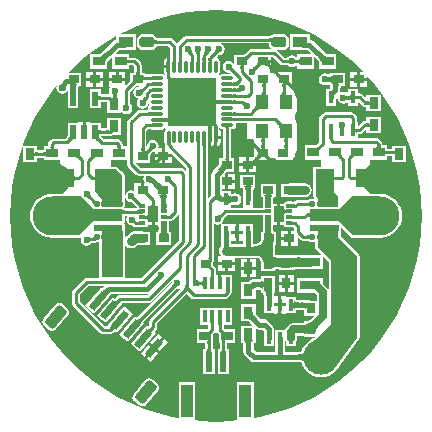
<source format=gtl>
G04*
G04 #@! TF.GenerationSoftware,Altium Limited,Altium Designer,20.0.13 (296)*
G04*
G04 Layer_Physical_Order=1*
G04 Layer_Color=255*
%FSLAX24Y24*%
%MOIN*%
G70*
G01*
G75*
%ADD12C,0.0100*%
G04:AMPARAMS|DCode=21|XSize=23.6mil|YSize=66.9mil|CornerRadius=0mil|HoleSize=0mil|Usage=FLASHONLY|Rotation=140.000|XOffset=0mil|YOffset=0mil|HoleType=Round|Shape=Rectangle|*
%AMROTATEDRECTD21*
4,1,4,0.0306,0.0180,-0.0125,-0.0332,-0.0306,-0.0180,0.0125,0.0332,0.0306,0.0180,0.0*
%
%ADD21ROTATEDRECTD21*%

G04:AMPARAMS|DCode=22|XSize=39.4mil|YSize=78.7mil|CornerRadius=9.8mil|HoleSize=0mil|Usage=FLASHONLY|Rotation=320.000|XOffset=0mil|YOffset=0mil|HoleType=Round|Shape=RoundedRectangle|*
%AMROUNDEDRECTD22*
21,1,0.0394,0.0591,0,0,320.0*
21,1,0.0197,0.0787,0,0,320.0*
1,1,0.0197,-0.0114,-0.0289*
1,1,0.0197,-0.0265,-0.0163*
1,1,0.0197,0.0114,0.0289*
1,1,0.0197,0.0265,0.0163*
%
%ADD22ROUNDEDRECTD22*%
%ADD23R,0.0236X0.0669*%
%ADD24R,0.0394X0.1102*%
%ADD25C,0.1181*%
%ADD26R,0.0400X0.0315*%
%ADD27R,0.0315X0.0400*%
%ADD28R,0.0177X0.0394*%
%ADD29R,0.0300X0.0350*%
%ADD30R,0.0128X0.0394*%
%ADD31R,0.0350X0.0300*%
%ADD32R,0.0709X0.0315*%
G04:AMPARAMS|DCode=33|XSize=96.5mil|YSize=22.2mil|CornerRadius=1.7mil|HoleSize=0mil|Usage=FLASHONLY|Rotation=180.000|XOffset=0mil|YOffset=0mil|HoleType=Round|Shape=RoundedRectangle|*
%AMROUNDEDRECTD33*
21,1,0.0965,0.0189,0,0,180.0*
21,1,0.0931,0.0222,0,0,180.0*
1,1,0.0033,-0.0466,0.0095*
1,1,0.0033,0.0466,0.0095*
1,1,0.0033,0.0466,-0.0095*
1,1,0.0033,-0.0466,-0.0095*
%
%ADD33ROUNDEDRECTD33*%
G04:AMPARAMS|DCode=34|XSize=96.5mil|YSize=39.4mil|CornerRadius=3mil|HoleSize=0mil|Usage=FLASHONLY|Rotation=180.000|XOffset=0mil|YOffset=0mil|HoleType=Round|Shape=RoundedRectangle|*
%AMROUNDEDRECTD34*
21,1,0.0965,0.0335,0,0,180.0*
21,1,0.0906,0.0394,0,0,180.0*
1,1,0.0059,-0.0453,0.0167*
1,1,0.0059,0.0453,0.0167*
1,1,0.0059,0.0453,-0.0167*
1,1,0.0059,-0.0453,-0.0167*
%
%ADD34ROUNDEDRECTD34*%
G04:AMPARAMS|DCode=35|XSize=17.7mil|YSize=17.7mil|CornerRadius=2.2mil|HoleSize=0mil|Usage=FLASHONLY|Rotation=180.000|XOffset=0mil|YOffset=0mil|HoleType=Round|Shape=RoundedRectangle|*
%AMROUNDEDRECTD35*
21,1,0.0177,0.0133,0,0,180.0*
21,1,0.0133,0.0177,0,0,180.0*
1,1,0.0044,-0.0066,0.0066*
1,1,0.0044,0.0066,0.0066*
1,1,0.0044,0.0066,-0.0066*
1,1,0.0044,-0.0066,-0.0066*
%
%ADD35ROUNDEDRECTD35*%
G04:AMPARAMS|DCode=36|XSize=11.8mil|YSize=19.7mil|CornerRadius=1.5mil|HoleSize=0mil|Usage=FLASHONLY|Rotation=90.000|XOffset=0mil|YOffset=0mil|HoleType=Round|Shape=RoundedRectangle|*
%AMROUNDEDRECTD36*
21,1,0.0118,0.0167,0,0,90.0*
21,1,0.0089,0.0197,0,0,90.0*
1,1,0.0030,0.0084,0.0044*
1,1,0.0030,0.0084,-0.0044*
1,1,0.0030,-0.0084,-0.0044*
1,1,0.0030,-0.0084,0.0044*
%
%ADD36ROUNDEDRECTD36*%
G04:AMPARAMS|DCode=37|XSize=51.2mil|YSize=35.4mil|CornerRadius=2.7mil|HoleSize=0mil|Usage=FLASHONLY|Rotation=90.000|XOffset=0mil|YOffset=0mil|HoleType=Round|Shape=RoundedRectangle|*
%AMROUNDEDRECTD37*
21,1,0.0512,0.0301,0,0,90.0*
21,1,0.0459,0.0354,0,0,90.0*
1,1,0.0053,0.0151,0.0229*
1,1,0.0053,0.0151,-0.0229*
1,1,0.0053,-0.0151,-0.0229*
1,1,0.0053,-0.0151,0.0229*
%
%ADD37ROUNDEDRECTD37*%
%ADD38R,0.0600X0.0630*%
%ADD39R,0.0433X0.0512*%
%ADD40R,0.0197X0.0472*%
G04:AMPARAMS|DCode=41|XSize=50mil|YSize=35mil|CornerRadius=0mil|HoleSize=0mil|Usage=FLASHONLY|Rotation=180.000|XOffset=0mil|YOffset=0mil|HoleType=Round|Shape=Octagon|*
%AMOCTAGOND41*
4,1,8,-0.0250,0.0088,-0.0250,-0.0088,-0.0163,-0.0175,0.0163,-0.0175,0.0250,-0.0088,0.0250,0.0088,0.0163,0.0175,-0.0163,0.0175,-0.0250,0.0088,0.0*
%
%ADD41OCTAGOND41*%

%ADD42R,0.0500X0.0350*%
%ADD43R,0.1614X0.1614*%
%ADD44O,0.0110X0.0433*%
%ADD45O,0.0433X0.0110*%
%ADD73C,0.0180*%
%ADD74C,0.0300*%
%ADD75C,0.0250*%
%ADD76C,0.1299*%
%ADD77C,0.0236*%
%ADD78C,0.0252*%
G36*
X43751Y26180D02*
X43754Y26189D01*
X43754Y26198D01*
X43752Y26205D01*
X43746Y26212D01*
X43738Y26218D01*
X43726Y26222D01*
X43712Y26226D01*
X43694Y26228D01*
X43674Y26230D01*
X43651Y26230D01*
Y26330D01*
X43679Y26330D01*
X43751Y26337D01*
X43771Y26340D01*
X43788Y26345D01*
X43804Y26350D01*
X43817Y26356D01*
X43829Y26363D01*
X43838Y26371D01*
X43751Y26180D01*
D02*
G37*
G36*
X39837Y26288D02*
X39840Y26279D01*
X39846Y26272D01*
X39854Y26265D01*
X39864Y26260D01*
X39876Y26255D01*
X39891Y26252D01*
X39908Y26249D01*
X39927Y26248D01*
X39949Y26247D01*
Y26147D01*
X39927Y26147D01*
X39908Y26145D01*
X39891Y26143D01*
X39876Y26139D01*
X39864Y26135D01*
X39854Y26129D01*
X39846Y26123D01*
X39840Y26115D01*
X39837Y26107D01*
X39836Y26097D01*
Y26297D01*
X39837Y26288D01*
D02*
G37*
G36*
X41989Y25832D02*
X41980Y25832D01*
X41971Y25830D01*
X41962Y25828D01*
X41953Y25825D01*
X41944Y25821D01*
X41935Y25817D01*
X41926Y25811D01*
X41917Y25805D01*
X41908Y25797D01*
X41900Y25789D01*
X41829Y25860D01*
X41837Y25868D01*
X41845Y25877D01*
X41851Y25886D01*
X41857Y25895D01*
X41861Y25904D01*
X41865Y25913D01*
X41868Y25922D01*
X41870Y25931D01*
X41872Y25940D01*
X41872Y25949D01*
X41989Y25832D01*
D02*
G37*
G36*
X38571Y26385D02*
Y26281D01*
X38524Y26271D01*
X38468Y26234D01*
X38093Y25859D01*
X38060Y25828D01*
X38033Y25806D01*
X38009Y25789D01*
X38003Y25786D01*
X37931D01*
X37929Y25787D01*
X37928Y25786D01*
X37706D01*
Y25314D01*
X38264D01*
Y25450D01*
X38264Y25452D01*
X38264Y25453D01*
Y25525D01*
X38267Y25531D01*
X38283Y25554D01*
X38328Y25607D01*
X38427Y25706D01*
X38436Y25702D01*
Y25314D01*
X38994D01*
Y25419D01*
X39116D01*
X39159Y25376D01*
Y25180D01*
X39152Y25179D01*
X39036D01*
Y25063D01*
X39034Y25050D01*
X39036Y25037D01*
Y24944D01*
X39036Y24943D01*
X39036Y24941D01*
Y24913D01*
X39033Y24907D01*
X39010Y24881D01*
X38884Y24755D01*
X38875Y24759D01*
Y24900D01*
X38325D01*
Y24700D01*
X38374D01*
X38377Y24690D01*
X38335Y24627D01*
X38319Y24550D01*
X38334Y24478D01*
X38326Y24470D01*
X38318Y24471D01*
X38051D01*
Y24616D01*
X37697D01*
Y23986D01*
X38051D01*
Y24209D01*
X38263D01*
X38264Y24208D01*
Y23836D01*
X38736D01*
Y23879D01*
X38746Y23881D01*
X38768Y23848D01*
X38833Y23805D01*
X38910Y23789D01*
X38987Y23805D01*
X39052Y23848D01*
X39095Y23913D01*
X39111Y23990D01*
X39095Y24067D01*
X39052Y24132D01*
X39046Y24136D01*
X39045Y24138D01*
X39044Y24140D01*
X39043Y24144D01*
X39042Y24148D01*
X39041Y24153D01*
Y24541D01*
X39191Y24691D01*
X39208Y24706D01*
X39222Y24717D01*
X39228Y24721D01*
X39256D01*
X39258Y24721D01*
X39259Y24721D01*
X39328D01*
X39329Y24711D01*
X39264Y24698D01*
X39199Y24655D01*
X39155Y24590D01*
X39140Y24513D01*
X39155Y24436D01*
X39199Y24371D01*
X39264Y24327D01*
X39297Y24321D01*
X39301Y24312D01*
X39265Y24257D01*
X39249Y24180D01*
X39265Y24103D01*
X39308Y24038D01*
X39373Y23995D01*
X39450Y23979D01*
X39527Y23995D01*
X39592Y24038D01*
X39635Y24103D01*
X39642Y24135D01*
X39652Y24137D01*
X39672Y24106D01*
Y24103D01*
X39642Y24058D01*
X39632Y24006D01*
X39642Y23954D01*
X39646Y23949D01*
X39641Y23940D01*
X39349D01*
X39299Y23930D01*
X39256Y23902D01*
X38967Y23613D01*
X38939Y23570D01*
X38929Y23520D01*
Y22736D01*
X38791D01*
Y22771D01*
X38781Y22822D01*
X38753Y22864D01*
X38694Y22923D01*
X38652Y22951D01*
X38601Y22961D01*
X38154D01*
X38081Y23035D01*
X38065Y23052D01*
X38060Y23058D01*
X38065Y23068D01*
X38356D01*
X38407Y23078D01*
X38449Y23106D01*
X38449Y23106D01*
X38736D01*
Y23664D01*
X38264D01*
Y23330D01*
X38051D01*
Y23514D01*
X37698D01*
Y23535D01*
X37550D01*
Y23199D01*
X37450D01*
Y23535D01*
X37302D01*
Y23514D01*
X36949D01*
Y23075D01*
X36946Y23070D01*
X36923Y23043D01*
X36861Y22981D01*
X36494D01*
X36443Y22971D01*
X36401Y22943D01*
X36342Y22884D01*
X36314Y22842D01*
X36304Y22791D01*
Y22736D01*
X36156D01*
Y22596D01*
X35936D01*
Y22744D01*
X35466D01*
X35459Y22752D01*
X35474Y22797D01*
X35661Y23249D01*
X35880Y23687D01*
X36130Y24108D01*
X36409Y24510D01*
X36580Y24722D01*
X36589Y24718D01*
X36579Y24670D01*
X36595Y24593D01*
X36638Y24528D01*
X36703Y24485D01*
X36780Y24469D01*
X36857Y24485D01*
X36922Y24528D01*
X36939Y24554D01*
X36949Y24551D01*
Y24538D01*
X36948Y24536D01*
X36949Y24534D01*
Y23986D01*
X37303D01*
Y24293D01*
X37306Y24310D01*
Y24662D01*
X37308Y24676D01*
X37311Y24696D01*
X37315Y24711D01*
X37319Y24721D01*
X37319Y24721D01*
X37414D01*
Y25179D01*
X36996D01*
X36992Y25188D01*
X37050Y25250D01*
X37408Y25584D01*
X37790Y25891D01*
X38192Y26170D01*
X38563Y26390D01*
X38571Y26385D01*
D02*
G37*
G36*
X41655Y25835D02*
X41647Y25832D01*
X41638Y25830D01*
X41630Y25826D01*
X41621Y25822D01*
X41613Y25817D01*
X41604Y25811D01*
X41596Y25805D01*
X41578Y25791D01*
X41570Y25782D01*
X41481Y25835D01*
X41489Y25844D01*
X41497Y25853D01*
X41503Y25861D01*
X41508Y25870D01*
X41512Y25879D01*
X41515Y25888D01*
X41516Y25897D01*
X41517Y25905D01*
X41517Y25914D01*
X41515Y25923D01*
X41655Y25835D01*
D02*
G37*
G36*
X41083Y25912D02*
X41082Y25903D01*
X41083Y25895D01*
X41084Y25886D01*
X41087Y25877D01*
X41091Y25868D01*
X41096Y25860D01*
X41102Y25851D01*
X41109Y25842D01*
X41118Y25833D01*
X41027Y25782D01*
X41019Y25790D01*
X41001Y25805D01*
X40993Y25811D01*
X40976Y25822D01*
X40968Y25826D01*
X40959Y25830D01*
X40951Y25833D01*
X40943Y25835D01*
X41084Y25921D01*
X41083Y25912D01*
D02*
G37*
G36*
X43671Y26071D02*
X43761Y25981D01*
X43757Y25971D01*
X43076D01*
X43025Y25961D01*
X42983Y25933D01*
X42859Y25809D01*
X42842Y25793D01*
X42828Y25782D01*
X42822Y25778D01*
X42794D01*
X42792Y25778D01*
X42791Y25778D01*
X42506D01*
Y25457D01*
X42496Y25454D01*
X42457Y25512D01*
X42392Y25555D01*
X42315Y25571D01*
X42239Y25555D01*
X42174Y25512D01*
X42130Y25447D01*
X42115Y25370D01*
X42130Y25293D01*
X42174Y25228D01*
X42239Y25185D01*
X42315Y25169D01*
X42336Y25173D01*
X42339Y25173D01*
X42343Y25173D01*
X42343Y25173D01*
X42344Y25173D01*
X42344Y25173D01*
X42346Y25173D01*
X42348Y25172D01*
X42351Y25170D01*
X42354Y25168D01*
X42382Y25140D01*
X42378Y25130D01*
X42109D01*
X42056Y25120D01*
X42017Y25094D01*
X42007Y25099D01*
Y25107D01*
X41993D01*
X41988Y25117D01*
X42014Y25156D01*
X42024Y25209D01*
Y25531D01*
X42014Y25584D01*
X41985Y25628D01*
X41940Y25658D01*
X41903Y25665D01*
X41900Y25674D01*
X41968Y25742D01*
X41971Y25745D01*
X41975Y25747D01*
X41978Y25749D01*
X41981Y25750D01*
X41983Y25751D01*
X41990Y25749D01*
X42067Y25765D01*
X42132Y25808D01*
X42175Y25873D01*
X42191Y25950D01*
X42175Y26027D01*
X42132Y26092D01*
X42067Y26135D01*
X42050Y26139D01*
X42051Y26149D01*
X43671D01*
Y26071D01*
D02*
G37*
G36*
X41382Y25865D02*
X41376Y25858D01*
X41370Y25851D01*
X41365Y25843D01*
X41361Y25835D01*
X41357Y25826D01*
X41354Y25816D01*
X41352Y25806D01*
X41350Y25795D01*
X41349Y25784D01*
X41349Y25772D01*
X41249Y25773D01*
X41249Y25785D01*
X41248Y25796D01*
X41246Y25807D01*
X41244Y25817D01*
X41241Y25827D01*
X41237Y25836D01*
X41233Y25844D01*
X41228Y25852D01*
X41223Y25860D01*
X41217Y25866D01*
X41382Y25865D01*
D02*
G37*
G36*
X38311Y25706D02*
X38275Y25669D01*
X38219Y25603D01*
X38199Y25574D01*
X38184Y25547D01*
X38174Y25523D01*
X38169Y25501D01*
Y25482D01*
X38174Y25466D01*
X38184Y25452D01*
X37929Y25706D01*
X37943Y25696D01*
X37960Y25691D01*
X37979D01*
X38001Y25696D01*
X38025Y25706D01*
X38051Y25722D01*
X38081Y25742D01*
X38113Y25767D01*
X38184Y25834D01*
X38311Y25706D01*
D02*
G37*
G36*
X43005Y25698D02*
X42985Y25678D01*
X42954Y25641D01*
X42942Y25625D01*
X42934Y25610D01*
X42928Y25596D01*
X42925Y25584D01*
Y25574D01*
X42928Y25565D01*
X42934Y25557D01*
X42792Y25698D01*
X42800Y25693D01*
X42809Y25690D01*
X42820D01*
X42832Y25693D01*
X42845Y25698D01*
X42860Y25707D01*
X42877Y25718D01*
X42894Y25732D01*
X42934Y25769D01*
X43005Y25698D01*
D02*
G37*
G36*
X44687Y25450D02*
X44686Y25459D01*
X44683Y25468D01*
X44678Y25475D01*
X44671Y25482D01*
X44662Y25487D01*
X44651Y25492D01*
X44638Y25496D01*
X44623Y25498D01*
X44605Y25499D01*
X44601Y25500D01*
X44590Y25499D01*
X44579Y25497D01*
X44569Y25495D01*
X44559Y25492D01*
X44550Y25488D01*
X44542Y25484D01*
X44534Y25479D01*
X44527Y25474D01*
X44520Y25467D01*
Y25633D01*
X44527Y25626D01*
X44534Y25621D01*
X44542Y25616D01*
X44550Y25612D01*
X44559Y25608D01*
X44569Y25605D01*
X44579Y25603D01*
X44590Y25601D01*
X44601Y25600D01*
X44605Y25601D01*
X44623Y25602D01*
X44638Y25605D01*
X44651Y25608D01*
X44662Y25612D01*
X44671Y25618D01*
X44678Y25624D01*
X44683Y25632D01*
X44686Y25640D01*
X44687Y25650D01*
Y25450D01*
D02*
G37*
G36*
X41744Y25647D02*
X41743Y25552D01*
X41641D01*
X41642Y25554D01*
X41642Y25558D01*
X41643Y25563D01*
X41644Y25619D01*
X41644Y25654D01*
X41744Y25647D01*
D02*
G37*
G36*
X41546Y25552D02*
X41444D01*
X41444Y25554D01*
X41444Y25557D01*
X41445Y25654D01*
X41545D01*
X41546Y25552D01*
D02*
G37*
G36*
X41349Y25651D02*
X41349Y25552D01*
X41247D01*
X41248Y25554D01*
X41248Y25557D01*
X41249Y25579D01*
X41249Y25655D01*
X41349Y25651D01*
D02*
G37*
G36*
X41152Y25552D02*
X41050D01*
X41050Y25554D01*
X41050Y25557D01*
X41051Y25654D01*
X41151D01*
X41152Y25552D01*
D02*
G37*
G36*
X40758D02*
X40656D01*
X40656Y25554D01*
X40656Y25557D01*
X40657Y25654D01*
X40757D01*
X40758Y25552D01*
D02*
G37*
G36*
X40561D02*
X40459D01*
X40459Y25554D01*
X40459Y25557D01*
X40460Y25654D01*
X40560D01*
X40561Y25552D01*
D02*
G37*
G36*
X44351Y25467D02*
X44345Y25474D01*
X44337Y25479D01*
X44330Y25484D01*
X44321Y25488D01*
X44312Y25492D01*
X44302Y25495D01*
X44292Y25497D01*
X44281Y25499D01*
X44270Y25500D01*
X44258Y25500D01*
Y25600D01*
X44270Y25600D01*
X44281Y25601D01*
X44292Y25603D01*
X44302Y25605D01*
X44312Y25608D01*
X44321Y25612D01*
X44330Y25616D01*
X44337Y25621D01*
X44345Y25626D01*
X44351Y25633D01*
Y25467D01*
D02*
G37*
G36*
X45453Y25798D02*
X45520Y25742D01*
X45549Y25721D01*
X45576Y25706D01*
X45600Y25695D01*
X45621Y25690D01*
X45640Y25690D01*
X45657Y25695D01*
X45671Y25705D01*
X45417Y25452D01*
X45427Y25466D01*
X45432Y25482D01*
X45432Y25501D01*
X45427Y25523D01*
X45417Y25547D01*
X45401Y25574D01*
X45381Y25603D01*
X45355Y25635D01*
X45289Y25706D01*
X45416Y25834D01*
X45453Y25798D01*
D02*
G37*
G36*
X38914Y25640D02*
X38917Y25632D01*
X38922Y25624D01*
X38929Y25618D01*
X38938Y25612D01*
X38949Y25608D01*
X38962Y25605D01*
X38977Y25602D01*
X38995Y25601D01*
X39014Y25600D01*
Y25500D01*
X38995Y25499D01*
X38977Y25498D01*
X38962Y25496D01*
X38949Y25492D01*
X38938Y25487D01*
X38929Y25482D01*
X38922Y25475D01*
X38917Y25468D01*
X38914Y25459D01*
X38913Y25450D01*
Y25650D01*
X38914Y25640D01*
D02*
G37*
G36*
X43418Y25402D02*
X43410Y25407D01*
X43401Y25410D01*
X43390Y25410D01*
X43378Y25407D01*
X43365Y25401D01*
X43350Y25393D01*
X43334Y25381D01*
X43316Y25367D01*
X43276Y25330D01*
X43205Y25401D01*
X43225Y25421D01*
X43257Y25458D01*
X43268Y25474D01*
X43277Y25489D01*
X43283Y25503D01*
X43286Y25515D01*
X43286Y25525D01*
X43283Y25534D01*
X43277Y25542D01*
X43418Y25402D01*
D02*
G37*
G36*
X42389Y27241D02*
X42876Y27189D01*
X43358Y27102D01*
X43832Y26981D01*
X44297Y26826D01*
X44749Y26639D01*
X45187Y26420D01*
X45608Y26170D01*
X46010Y25891D01*
X46392Y25584D01*
X46750Y25250D01*
X46788Y25209D01*
X46784Y25200D01*
X46700D01*
Y25000D01*
X46925D01*
Y25048D01*
X46934Y25052D01*
X47084Y24892D01*
X47391Y24510D01*
X47670Y24108D01*
X47920Y23687D01*
X48139Y23249D01*
X48326Y22797D01*
X48481Y22332D01*
X48602Y21858D01*
X48689Y21376D01*
X48741Y20889D01*
X48759Y20400D01*
X48741Y19911D01*
X48689Y19424D01*
X48602Y18942D01*
X48481Y18468D01*
X48326Y18003D01*
X48139Y17551D01*
X47920Y17113D01*
X47670Y16692D01*
X47391Y16290D01*
X47084Y15908D01*
X46750Y15550D01*
X46392Y15216D01*
X46010Y14909D01*
X45608Y14630D01*
X45187Y14380D01*
X44749Y14161D01*
X44297Y13974D01*
X43832Y13819D01*
X43358Y13698D01*
X43158Y13662D01*
X43150Y13668D01*
Y14852D01*
X42599D01*
Y13592D01*
X42607D01*
X42608Y13582D01*
X42389Y13559D01*
X41900Y13541D01*
X41411Y13559D01*
X41192Y13582D01*
X41193Y13592D01*
X41201D01*
Y14852D01*
X40650D01*
Y13668D01*
X40642Y13662D01*
X40442Y13698D01*
X39968Y13819D01*
X39503Y13974D01*
X39051Y14161D01*
X38613Y14380D01*
X38192Y14630D01*
X37790Y14909D01*
X37408Y15216D01*
X37050Y15550D01*
X36716Y15908D01*
X36409Y16290D01*
X36130Y16692D01*
X35880Y17113D01*
X35661Y17551D01*
X35474Y18003D01*
X35319Y18468D01*
X35198Y18942D01*
X35111Y19424D01*
X35059Y19911D01*
X35041Y20400D01*
X35059Y20889D01*
X35111Y21376D01*
X35198Y21858D01*
X35319Y22332D01*
X35454Y22737D01*
X35464Y22736D01*
Y22186D01*
X35936D01*
Y22334D01*
X36156D01*
Y22264D01*
X36706D01*
X36706Y22121D01*
X36976Y21965D01*
Y21330D01*
X36776Y21130D01*
X36706D01*
X36696Y21130D01*
X36448D01*
X36428Y21132D01*
X36285Y21118D01*
X36147Y21076D01*
X36021Y21009D01*
X35910Y20918D01*
X35819Y20807D01*
X35751Y20680D01*
X35710Y20543D01*
X35696Y20400D01*
X35710Y20257D01*
X35751Y20120D01*
X35819Y19993D01*
X35910Y19882D01*
X36021Y19791D01*
X36147Y19724D01*
X36285Y19682D01*
X36428Y19668D01*
X36448Y19670D01*
X37341Y19670D01*
X37341Y19670D01*
X37341Y19670D01*
X37357Y19673D01*
X37372Y19676D01*
X37372Y19676D01*
X37372Y19676D01*
X37385Y19684D01*
X37396Y19692D01*
X37402Y19688D01*
X37403Y19687D01*
X37404Y19686D01*
X37389Y19610D01*
X37405Y19533D01*
X37448Y19468D01*
X37513Y19425D01*
X37590Y19409D01*
X37667Y19425D01*
X37732Y19468D01*
X37744Y19487D01*
X37747Y19489D01*
X37750Y19492D01*
X37750Y19493D01*
X37751Y19493D01*
X37754Y19494D01*
X37757Y19495D01*
X37760Y19495D01*
X37834D01*
X37884Y19505D01*
X37889Y19509D01*
X37893Y19510D01*
X37902Y19514D01*
X37912Y19517D01*
X37920Y19522D01*
X37931Y19531D01*
X37941Y19539D01*
X37941Y19539D01*
X37983D01*
X37995Y19542D01*
X38003Y19536D01*
X38003Y18369D01*
X38009Y18341D01*
X38003Y18331D01*
X37590D01*
X37540Y18321D01*
X37497Y18293D01*
X37137Y17933D01*
X37109Y17890D01*
X37099Y17840D01*
Y17500D01*
X37109Y17450D01*
X37137Y17407D01*
X38047Y16497D01*
X38090Y16469D01*
X38140Y16459D01*
X38358D01*
X38408Y16469D01*
X38451Y16497D01*
X38517Y16563D01*
X38521Y16567D01*
X38521Y16567D01*
X38598Y16502D01*
X39130Y17135D01*
X38828Y17388D01*
X38349Y16817D01*
X38348Y16816D01*
X38347Y16815D01*
X38297Y16755D01*
X38313Y16741D01*
X38314Y16731D01*
X38304Y16721D01*
X38194D01*
X37361Y17554D01*
Y17786D01*
X37644Y18069D01*
X38162D01*
X38166Y18060D01*
X38131Y18025D01*
X38101Y17999D01*
X38101Y17999D01*
X38074Y18021D01*
X38024Y17961D01*
X38023Y17960D01*
X38022Y17959D01*
X37543Y17388D01*
X37844Y17135D01*
X38320Y17702D01*
X38321Y17702D01*
X38321Y17703D01*
X38323Y17706D01*
X38325Y17707D01*
X38326Y17708D01*
X38376Y17768D01*
X38375Y17769D01*
X38374Y17779D01*
X38392Y17799D01*
X38401Y17808D01*
X39610D01*
X39647Y17815D01*
X39652Y17807D01*
X39607Y17761D01*
X38705D01*
X38654Y17751D01*
X38612Y17723D01*
X38533Y17644D01*
X38529Y17641D01*
X38528Y17640D01*
X38451Y17705D01*
X37920Y17071D01*
X38221Y16818D01*
X38700Y17389D01*
X38701Y17390D01*
X38702Y17391D01*
X38753Y17452D01*
X38736Y17466D01*
X38736Y17476D01*
X38759Y17499D01*
X39661D01*
X39711Y17509D01*
X39754Y17537D01*
X40408Y18192D01*
X40417Y18186D01*
X40416Y18183D01*
X40415Y18177D01*
X40414Y18175D01*
X40413Y18172D01*
X40412Y18168D01*
X40410Y18165D01*
X40407Y18160D01*
X40404Y18156D01*
X40399Y18150D01*
X39273Y17024D01*
X39269Y17020D01*
X39268Y17020D01*
X39205Y17072D01*
X38674Y16439D01*
X38975Y16186D01*
X39507Y16819D01*
X39476Y16845D01*
X39475Y16855D01*
X40572Y17952D01*
X40575Y17954D01*
X40578Y17956D01*
X40580Y17956D01*
X40581Y17957D01*
X40581Y17957D01*
X40586Y17957D01*
X40589Y17957D01*
X40612Y17952D01*
X40689Y17968D01*
X40717Y17986D01*
X40723Y17979D01*
X39714Y16970D01*
X39686Y16927D01*
X39676Y16877D01*
Y16748D01*
X39641Y16713D01*
X39637Y16710D01*
X39637Y16710D01*
X39582Y16756D01*
X39051Y16122D01*
X39352Y15869D01*
X39884Y16503D01*
X39845Y16535D01*
X39844Y16545D01*
X39900Y16601D01*
X39928Y16643D01*
X39938Y16694D01*
Y16823D01*
X40925Y17809D01*
X41067Y17667D01*
X41110Y17639D01*
X41160Y17629D01*
X42190D01*
X42240Y17639D01*
X42283Y17667D01*
X42377Y17761D01*
X42405Y17804D01*
X42415Y17854D01*
Y17874D01*
X42427D01*
Y17952D01*
X42427Y17954D01*
X42427Y17954D01*
X42427Y17954D01*
X42427Y17956D01*
Y18426D01*
X42192D01*
Y18447D01*
X42078D01*
Y18150D01*
X41978D01*
Y18447D01*
X41903D01*
Y18613D01*
X41893Y18663D01*
X41865Y18706D01*
X41814Y18757D01*
Y18879D01*
X41821Y18890D01*
X41831Y18940D01*
Y20132D01*
X41840Y20137D01*
X41873Y20115D01*
X41950Y20099D01*
X42027Y20115D01*
X42051Y20131D01*
X42059Y20124D01*
Y19873D01*
X42054Y19849D01*
Y19403D01*
X42008Y19334D01*
X41990Y19245D01*
X42008Y19155D01*
X42058Y19080D01*
X42088Y19060D01*
X42086Y19050D01*
X41975D01*
Y18850D01*
X42250D01*
X42525D01*
Y19011D01*
X43224D01*
X43261Y19006D01*
X43296Y18996D01*
X43323Y18984D01*
X43343Y18970D01*
X43359Y18954D01*
X43371Y18935D01*
X43381Y18911D01*
X43384Y18898D01*
Y18566D01*
X43775D01*
X43776Y18566D01*
X43778Y18566D01*
X43856D01*
Y18611D01*
X43868Y18614D01*
X43894Y18618D01*
X43956Y18622D01*
X43976Y18621D01*
X44005Y18618D01*
X44011Y18617D01*
Y18586D01*
X44088D01*
X44089Y18586D01*
X44090Y18586D01*
X44091Y18586D01*
X44093Y18586D01*
X44387D01*
X44389Y18586D01*
X44390Y18586D01*
X44391Y18586D01*
X44392Y18586D01*
X44469D01*
Y18614D01*
X44601Y18624D01*
X45027D01*
X45075Y18634D01*
X45473D01*
Y19040D01*
X45482Y19044D01*
X45650Y18877D01*
X45650Y17959D01*
X45640Y17957D01*
X45607Y18006D01*
X45473Y18140D01*
Y18319D01*
X44607D01*
Y17846D01*
X45179D01*
X45252Y17773D01*
Y17574D01*
X45057D01*
X45024Y17596D01*
X44958Y17609D01*
X44631D01*
X44616Y17610D01*
X44596Y17614D01*
X44581Y17618D01*
X44572Y17621D01*
X44571Y17622D01*
Y17712D01*
X44237D01*
Y17461D01*
X44232Y17437D01*
X44237Y17413D01*
Y17161D01*
X44571D01*
Y17252D01*
X44572Y17252D01*
X44581Y17256D01*
X44596Y17260D01*
X44616Y17264D01*
X44631Y17265D01*
X44762D01*
X44776Y17264D01*
X44796Y17260D01*
X44811Y17256D01*
X44821Y17252D01*
X44821Y17252D01*
Y17066D01*
X45154D01*
X45158Y17057D01*
X45094Y16993D01*
X45048Y16953D01*
X45021Y16934D01*
X44995Y16917D01*
X44971Y16904D01*
X44950Y16895D01*
X44931Y16889D01*
X44915Y16885D01*
X44895Y16884D01*
X44895Y16884D01*
X44821D01*
Y16838D01*
X44820Y16838D01*
X44800Y16834D01*
X44719Y16828D01*
X44480D01*
X44401Y16812D01*
X44333Y16767D01*
X44253Y16687D01*
X44208Y16619D01*
X44207Y16613D01*
X44197Y16612D01*
Y16612D01*
X44197Y16612D01*
X43863D01*
Y16361D01*
X43858Y16337D01*
Y15872D01*
X43231D01*
X43152Y15951D01*
Y16120D01*
X43153Y16128D01*
X43155Y16150D01*
X43159Y16167D01*
X43160Y16171D01*
X43216D01*
Y16249D01*
X43217Y16251D01*
X43216Y16253D01*
Y16647D01*
X43225Y16652D01*
X43272Y16621D01*
X43337Y16608D01*
X43449D01*
X43483Y16574D01*
Y16338D01*
X43489Y16307D01*
Y16061D01*
X43823D01*
Y16313D01*
X43828Y16337D01*
X43827Y16344D01*
Y16645D01*
X43814Y16711D01*
X43776Y16767D01*
X43642Y16902D01*
X43586Y16939D01*
X43520Y16952D01*
X43409D01*
X43288Y17072D01*
X43258Y17105D01*
X43236Y17133D01*
X43219Y17157D01*
X43216Y17162D01*
Y17459D01*
X42744D01*
Y16901D01*
X42956D01*
X42961Y16899D01*
X42984Y16882D01*
X43037Y16837D01*
X43136Y16738D01*
X43132Y16729D01*
X42744D01*
Y16253D01*
X42743Y16251D01*
X42744Y16249D01*
Y16171D01*
X42800D01*
X42801Y16167D01*
X42804Y16151D01*
X42808Y16114D01*
Y15880D01*
X42821Y15814D01*
X42858Y15758D01*
X43038Y15578D01*
X43094Y15541D01*
X43160Y15528D01*
X44022D01*
X44026Y15529D01*
X44030Y15528D01*
X44675D01*
X44689Y15527D01*
X44710Y15523D01*
X44727Y15519D01*
X44740Y15514D01*
X44749Y15509D01*
X44754Y15505D01*
X44757Y15502D01*
X44759Y15499D01*
X44764Y15489D01*
X44766Y15486D01*
X44779Y15443D01*
X44841Y15326D01*
X44924Y15224D01*
X45026Y15141D01*
X45143Y15079D01*
X45269Y15040D01*
X45400Y15027D01*
X45531Y15040D01*
X45657Y15079D01*
X45774Y15141D01*
X45876Y15224D01*
X45959Y15326D01*
X45982Y15370D01*
X46669Y16295D01*
X46673Y16304D01*
X46679Y16312D01*
X46680Y16318D01*
X46682Y16323D01*
X46683Y16333D01*
X46685Y16343D01*
X46685Y19056D01*
X46679Y19086D01*
X46661Y19112D01*
X46053Y19721D01*
Y19863D01*
X46056Y19869D01*
X46063Y19900D01*
Y20029D01*
X46072Y20033D01*
X46359Y19706D01*
X46361Y19705D01*
X46362Y19703D01*
X46373Y19696D01*
X46384Y19687D01*
X46386Y19687D01*
X46388Y19686D01*
X46401Y19683D01*
X46415Y19679D01*
X46417Y19680D01*
X46419Y19679D01*
X47350Y19670D01*
X47372Y19668D01*
X47515Y19682D01*
X47653Y19724D01*
X47779Y19791D01*
X47890Y19882D01*
X47981Y19993D01*
X48049Y20120D01*
X48090Y20257D01*
X48104Y20400D01*
X48090Y20543D01*
X48049Y20680D01*
X47981Y20807D01*
X47890Y20918D01*
X47779Y21009D01*
X47653Y21076D01*
X47515Y21118D01*
X47372Y21132D01*
X47352Y21130D01*
X47034Y21130D01*
X47027Y21137D01*
Y21178D01*
X46779Y21426D01*
X46779Y21483D01*
X46875D01*
Y21635D01*
Y21965D01*
X47027Y22117D01*
Y22276D01*
X47036Y22279D01*
Y22279D01*
X47594D01*
Y22384D01*
X47764D01*
Y22186D01*
X48236D01*
Y22744D01*
X47764D01*
Y22646D01*
X47594D01*
Y22751D01*
X47446D01*
Y22795D01*
X47436Y22845D01*
X47408Y22888D01*
X47323Y22973D01*
X47280Y23001D01*
X47230Y23011D01*
X46641D01*
Y23118D01*
X46679D01*
X46729Y23128D01*
X46772Y23156D01*
X46905Y23289D01*
X46914Y23285D01*
Y23156D01*
X47386D01*
Y23714D01*
X46914D01*
Y23566D01*
X46865D01*
X46815Y23556D01*
X46772Y23528D01*
X46651Y23406D01*
X46641Y23410D01*
Y23443D01*
X46642Y23444D01*
X46641Y23446D01*
Y23524D01*
X46601D01*
Y23661D01*
X46591Y23712D01*
X46563Y23754D01*
X46504Y23813D01*
X46462Y23841D01*
X46411Y23851D01*
X45556D01*
X45506Y23841D01*
X45463Y23813D01*
X45367Y23717D01*
X45339Y23674D01*
X45329Y23624D01*
Y22852D01*
X45259Y22782D01*
X45242Y22766D01*
X45228Y22755D01*
X45222Y22751D01*
X45194D01*
X45192Y22752D01*
X45191Y22751D01*
X44856D01*
Y22279D01*
X45413D01*
Y22045D01*
X45225D01*
X45217Y22044D01*
X45146D01*
Y21973D01*
X45145Y21965D01*
Y21055D01*
X45145Y21055D01*
X45151Y21024D01*
X45168Y20998D01*
X45168Y20998D01*
X45198Y20968D01*
X45198Y20966D01*
X45187Y20958D01*
X45179Y20959D01*
X45046D01*
X45006Y20951D01*
X44999Y20947D01*
X44999Y20947D01*
X44990Y20941D01*
X44981Y20936D01*
X44977Y20932D01*
X44973Y20929D01*
X44970Y20925D01*
X44969Y20925D01*
X44962Y20924D01*
X44946Y20923D01*
X44597D01*
X44547Y20913D01*
X44505Y20884D01*
X44498Y20877D01*
X44479D01*
X44470Y20877D01*
X44467Y20877D01*
X44466Y20878D01*
X44430Y20886D01*
X44262D01*
X44226Y20878D01*
X44195Y20858D01*
X44174Y20827D01*
X44171Y20810D01*
X44163Y20805D01*
X44142Y20809D01*
X44042D01*
Y20451D01*
Y20092D01*
X44142D01*
X44163Y20096D01*
X44171Y20091D01*
X44174Y20075D01*
X44195Y20044D01*
X44226Y20023D01*
X44262Y20016D01*
X44430D01*
X44457Y20021D01*
X44472Y20022D01*
X44509Y19986D01*
Y19901D01*
X44392D01*
Y19651D01*
Y19401D01*
X44617D01*
Y19684D01*
X44626Y19688D01*
X44697Y19617D01*
X44740Y19588D01*
X44790Y19578D01*
X44948D01*
X44950Y19578D01*
X44959Y19577D01*
X44967Y19576D01*
X44968Y19575D01*
X44973Y19568D01*
X44977Y19566D01*
X44980Y19562D01*
X44990Y19557D01*
X44999Y19551D01*
X44999Y19551D01*
X45006Y19546D01*
X45046Y19538D01*
X45179D01*
X45195Y19541D01*
X45203Y19535D01*
X45203Y19357D01*
X45209Y19326D01*
X45227Y19300D01*
X45411Y19115D01*
X45407Y19106D01*
X44689D01*
X44687Y19107D01*
X44685Y19106D01*
X44680D01*
X44680Y19106D01*
X44680Y19106D01*
X44607D01*
Y19098D01*
X44485Y19091D01*
X44469D01*
Y19094D01*
X44391D01*
X44389Y19094D01*
X44388Y19094D01*
X44388Y19094D01*
X44386Y19094D01*
X44093D01*
X44091Y19094D01*
X44090Y19094D01*
X44090Y19094D01*
X44074Y19094D01*
X44011D01*
Y19092D01*
X43935Y19091D01*
X43927Y19091D01*
X43860Y19096D01*
X43856Y19097D01*
Y19124D01*
X43854D01*
X43853Y19152D01*
Y19336D01*
X43855Y19369D01*
X43858Y19398D01*
X43862Y19420D01*
X43863Y19422D01*
X43905D01*
Y19500D01*
X43906Y19502D01*
X43905Y19504D01*
Y19879D01*
X43825D01*
X43822Y19880D01*
X43822Y19881D01*
X43818Y19890D01*
X43814Y19905D01*
X43811Y19925D01*
X43809Y19939D01*
Y20065D01*
X43809Y20077D01*
X43812Y20091D01*
X43821Y20096D01*
X43841Y20092D01*
X43942D01*
Y20451D01*
Y20809D01*
X43841D01*
X43821Y20805D01*
X43812Y20810D01*
X43811Y20815D01*
X43809Y20905D01*
Y20963D01*
X43811Y20977D01*
X43814Y20997D01*
X43818Y21012D01*
X43821Y21021D01*
X43822Y21022D01*
X43823Y21022D01*
X43895D01*
Y21100D01*
X43896Y21102D01*
X43895Y21104D01*
Y21479D01*
X43388D01*
Y21104D01*
X43388Y21102D01*
X43388Y21100D01*
Y21022D01*
X43455D01*
X43457Y21014D01*
X43461Y20998D01*
X43464Y20978D01*
X43465Y20965D01*
Y20837D01*
X43465Y20824D01*
X43458Y20790D01*
Y20702D01*
X43461Y20690D01*
X43452Y20680D01*
X43141D01*
Y20927D01*
X43146Y20951D01*
X43145Y20958D01*
Y21272D01*
X43145Y21279D01*
X43148Y21301D01*
X43151Y21318D01*
X43152Y21321D01*
X43204D01*
Y21399D01*
X43204Y21401D01*
X43204Y21403D01*
Y21779D01*
X42696D01*
Y21321D01*
X42788D01*
X42788Y21321D01*
X42792Y21311D01*
X42796Y21296D01*
X42799Y21276D01*
X42801Y21262D01*
Y20953D01*
X42807Y20922D01*
Y20680D01*
X42393D01*
Y20766D01*
X42394Y20766D01*
X42403Y20770D01*
X42418Y20774D01*
X42438Y20777D01*
X42443Y20778D01*
X42463Y20765D01*
X42540Y20749D01*
X42617Y20765D01*
X42682Y20808D01*
X42725Y20873D01*
X42741Y20950D01*
X42725Y21027D01*
X42682Y21092D01*
X42617Y21135D01*
X42540Y21151D01*
X42463Y21135D01*
X42445Y21123D01*
X42438Y21124D01*
X42418Y21127D01*
X42403Y21131D01*
X42394Y21135D01*
X42393Y21135D01*
Y21227D01*
X42093D01*
X42090Y21242D01*
X42088Y21262D01*
Y21300D01*
X42210D01*
Y21550D01*
Y21800D01*
X42192D01*
X42188Y21809D01*
X42210Y21830D01*
X42238Y21852D01*
X42262Y21869D01*
X42267Y21871D01*
X42514D01*
Y22329D01*
X42401D01*
Y23284D01*
X42431D01*
X42484Y23294D01*
X42528Y23323D01*
X42558Y23368D01*
X42568Y23420D01*
X42558Y23472D01*
X42555Y23476D01*
X42560Y23485D01*
X42940D01*
Y22985D01*
X43120Y22805D01*
X43178Y22864D01*
X43178Y22855D01*
X43180Y22846D01*
X43182Y22837D01*
X43185Y22828D01*
X43189Y22819D01*
X43193Y22810D01*
X43199Y22801D01*
X43205Y22792D01*
X43213Y22783D01*
X43221Y22775D01*
X43175Y22728D01*
Y22350D01*
X43000D01*
Y22150D01*
X43225D01*
Y22250D01*
X43651D01*
X43650Y22252D01*
X43643Y22260D01*
X43627Y22278D01*
X43633Y22290D01*
X43624Y22280D01*
X43603Y22300D01*
X43567Y22331D01*
X43550Y22343D01*
X43535Y22351D01*
X43522Y22357D01*
X43510Y22360D01*
X43499D01*
X43490Y22357D01*
X43482Y22351D01*
X43624Y22493D01*
X43618Y22485D01*
X43615Y22476D01*
Y22465D01*
X43618Y22453D01*
X43624Y22440D01*
X43632Y22425D01*
X43644Y22408D01*
X43658Y22391D01*
X43684Y22362D01*
X43692Y22356D01*
X43701Y22350D01*
X43709Y22345D01*
X43718Y22341D01*
X43727Y22339D01*
X43735Y22337D01*
X43744Y22337D01*
X43752Y22338D01*
X43761Y22340D01*
X43712Y22250D01*
X43897D01*
X43905Y22269D01*
X43909Y22262D01*
X43913Y22255D01*
X43918Y22250D01*
X44480D01*
X44504Y22274D01*
X44469Y22310D01*
X44477Y22318D01*
X44485Y22327D01*
X44491Y22336D01*
X44497Y22345D01*
X44501Y22354D01*
X44505Y22363D01*
X44508Y22372D01*
X44510Y22381D01*
X44512Y22390D01*
X44512Y22399D01*
X44570Y22340D01*
X44630Y22400D01*
Y22484D01*
X44547D01*
X44554Y22491D01*
X44559Y22498D01*
X44564Y22506D01*
X44568Y22515D01*
X44572Y22524D01*
X44575Y22533D01*
X44577Y22544D01*
X44579Y22554D01*
X44580Y22566D01*
X44580Y22578D01*
X44630D01*
Y23512D01*
X44580D01*
X44580Y23524D01*
X44579Y23536D01*
X44577Y23546D01*
X44575Y23557D01*
X44572Y23566D01*
X44568Y23575D01*
X44564Y23584D01*
X44559Y23592D01*
X44554Y23599D01*
X44547Y23606D01*
X44630D01*
Y23774D01*
X44547D01*
X44554Y23781D01*
X44559Y23788D01*
X44564Y23796D01*
X44568Y23805D01*
X44572Y23814D01*
X44575Y23823D01*
X44577Y23834D01*
X44579Y23844D01*
X44580Y23856D01*
X44580Y23868D01*
X44630D01*
Y24317D01*
X44580D01*
X44580Y24329D01*
X44579Y24341D01*
X44577Y24351D01*
X44575Y24362D01*
X44572Y24371D01*
X44568Y24380D01*
X44564Y24389D01*
X44559Y24397D01*
X44554Y24404D01*
X44547Y24411D01*
X44630D01*
Y24495D01*
X44570Y24555D01*
X44512Y24496D01*
X44512Y24505D01*
X44510Y24514D01*
X44508Y24523D01*
X44505Y24532D01*
X44501Y24541D01*
X44497Y24550D01*
X44491Y24559D01*
X44485Y24568D01*
X44477Y24577D01*
X44469Y24585D01*
X44504Y24621D01*
X44425Y24700D01*
Y25200D01*
X43950D01*
X43950Y25200D01*
X43956Y25191D01*
X43964Y25182D01*
X43972Y25174D01*
X43901Y25103D01*
X43893Y25111D01*
X43884Y25119D01*
X43875Y25125D01*
X43866Y25131D01*
X43857Y25135D01*
X43848Y25139D01*
X43839Y25142D01*
X43830Y25144D01*
X43821Y25146D01*
X43812Y25146D01*
X43896Y25229D01*
X43861Y25264D01*
X43723D01*
X43707Y25280D01*
X43693Y25265D01*
X43692Y25274D01*
X43691Y25283D01*
X43689Y25292D01*
X43686Y25301D01*
X43682Y25310D01*
X43678Y25319D01*
X43672Y25328D01*
X43665Y25337D01*
X43658Y25346D01*
X43650Y25354D01*
X43721Y25425D01*
X43725Y25421D01*
Y25499D01*
X43488D01*
X43450Y25537D01*
Y25599D01*
X43725D01*
Y25709D01*
X43786D01*
X44037Y25457D01*
X44080Y25429D01*
X44130Y25419D01*
X44273D01*
X44277Y25418D01*
X44282Y25417D01*
X44285Y25416D01*
X44288Y25415D01*
X44290Y25414D01*
X44294Y25408D01*
X44359Y25365D01*
X44436Y25349D01*
X44513Y25365D01*
X44578Y25408D01*
X44582Y25414D01*
X44583Y25415D01*
X44586Y25416D01*
X44590Y25417D01*
X44594Y25418D01*
X44596Y25418D01*
X44606Y25413D01*
Y25314D01*
X45164D01*
Y25702D01*
X45173Y25706D01*
X45264Y25615D01*
X45295Y25582D01*
X45317Y25555D01*
X45334Y25531D01*
X45336Y25526D01*
Y25314D01*
X45894D01*
Y25786D01*
X45597D01*
X45592Y25789D01*
X45569Y25805D01*
X45516Y25850D01*
X45132Y26234D01*
X45076Y26271D01*
X45029Y26281D01*
Y26451D01*
X44371D01*
Y25944D01*
X44768D01*
X44785Y25940D01*
X44939D01*
X45084Y25795D01*
X45080Y25786D01*
X44606D01*
Y25687D01*
X44596Y25682D01*
X44594Y25682D01*
X44590Y25683D01*
X44586Y25684D01*
X44583Y25685D01*
X44582Y25686D01*
X44578Y25692D01*
X44513Y25735D01*
X44436Y25751D01*
X44359Y25735D01*
X44294Y25692D01*
X44290Y25686D01*
X44288Y25685D01*
X44285Y25684D01*
X44282Y25683D01*
X44277Y25682D01*
X44273Y25681D01*
X44184D01*
X43933Y25933D01*
X43931Y25934D01*
X43934Y25944D01*
X44202D01*
X44329Y26071D01*
Y26324D01*
X44202Y26451D01*
X43845D01*
X43845Y26451D01*
X43844Y26451D01*
X43842D01*
X43841Y26451D01*
X43839Y26451D01*
X43798D01*
X43771Y26424D01*
X43765Y26422D01*
X43753Y26419D01*
X43740Y26416D01*
X43682Y26411D01*
X40920D01*
X40870Y26401D01*
X40827Y26373D01*
X40614Y26160D01*
X40606Y26147D01*
X40596Y26146D01*
X40452Y26290D01*
X40410Y26319D01*
X40359Y26329D01*
X39924D01*
X39802Y26451D01*
X39398D01*
X39271Y26324D01*
Y26071D01*
X39398Y25944D01*
X39802D01*
X39924Y26066D01*
X40305D01*
X40379Y25992D01*
Y25683D01*
X40369Y25678D01*
X40360Y25680D01*
Y25370D01*
X40310D01*
Y25320D01*
X40152D01*
Y25209D01*
X40164Y25148D01*
X40193Y25105D01*
Y25095D01*
X40183Y25090D01*
X40144Y25116D01*
X40091Y25126D01*
X39769D01*
X39742Y25121D01*
X39544D01*
Y25179D01*
X39421D01*
Y25430D01*
X39411Y25480D01*
X39383Y25523D01*
X39263Y25643D01*
X39220Y25671D01*
X39170Y25681D01*
X38994D01*
Y25786D01*
X38520D01*
X38516Y25795D01*
X38661Y25940D01*
X38815D01*
X38832Y25944D01*
X39229D01*
Y26451D01*
X38697D01*
X38695Y26461D01*
X39051Y26639D01*
X39503Y26826D01*
X39968Y26981D01*
X40442Y27102D01*
X40924Y27189D01*
X41411Y27241D01*
X41900Y27259D01*
X42389Y27241D01*
D02*
G37*
G36*
X42850Y25401D02*
X42842Y25398D01*
X42835Y25393D01*
X42828Y25386D01*
X42822Y25376D01*
X42818Y25365D01*
X42814Y25352D01*
X42812Y25337D01*
X42811Y25320D01*
X42810Y25301D01*
X42710D01*
X42709Y25320D01*
X42708Y25337D01*
X42705Y25352D01*
X42702Y25365D01*
X42698Y25376D01*
X42692Y25386D01*
X42685Y25393D01*
X42678Y25398D01*
X42670Y25401D01*
X42660Y25402D01*
X42860D01*
X42850Y25401D01*
D02*
G37*
G36*
X43255Y25309D02*
X43247Y25300D01*
X43240Y25291D01*
X43233Y25283D01*
X43228Y25274D01*
X43223Y25265D01*
X43220Y25256D01*
X43217Y25247D01*
X43215Y25238D01*
X43214Y25229D01*
X43215Y25220D01*
X43092Y25330D01*
X43101Y25331D01*
X43110Y25333D01*
X43119Y25335D01*
X43128Y25339D01*
X43137Y25343D01*
X43146Y25348D01*
X43154Y25353D01*
X43163Y25360D01*
X43172Y25367D01*
X43181Y25376D01*
X43255Y25309D01*
D02*
G37*
G36*
X42434Y25375D02*
X42436Y25367D01*
X42439Y25358D01*
X42443Y25349D01*
X42448Y25340D01*
X42453Y25331D01*
X42459Y25323D01*
X42466Y25314D01*
X42473Y25305D01*
X42481Y25297D01*
X42421Y25216D01*
X42412Y25224D01*
X42403Y25231D01*
X42394Y25237D01*
X42386Y25243D01*
X42377Y25247D01*
X42368Y25250D01*
X42359Y25252D01*
X42350Y25254D01*
X42341Y25254D01*
X42332Y25253D01*
X42433Y25384D01*
X42434Y25375D01*
D02*
G37*
G36*
X39341Y25180D02*
X39342Y25162D01*
X39344Y25147D01*
X39348Y25134D01*
X39353Y25123D01*
X39358Y25114D01*
X39365Y25107D01*
X39372Y25102D01*
X39381Y25099D01*
X39390Y25098D01*
X39190D01*
X39200Y25099D01*
X39208Y25102D01*
X39216Y25107D01*
X39222Y25114D01*
X39227Y25123D01*
X39232Y25134D01*
X39235Y25147D01*
X39238Y25162D01*
X39239Y25180D01*
X39240Y25199D01*
X39340D01*
X39341Y25180D01*
D02*
G37*
G36*
X40361Y25186D02*
X40361Y25183D01*
X40360Y25103D01*
X40360Y25087D01*
X40362Y25070D01*
X40364Y25055D01*
X40368Y25042D01*
X40373Y25031D01*
X40378Y25022D01*
X40384Y25015D01*
X40392Y25010D01*
X40401Y25007D01*
X40410Y25006D01*
X40294D01*
X40288Y25007D01*
X40282Y25010D01*
X40277Y25015D01*
X40272Y25022D01*
X40269Y25031D01*
X40265Y25042D01*
X40263Y25055D01*
X40261Y25070D01*
X40260Y25086D01*
X40260D01*
X40259Y25188D01*
X40361D01*
X40361Y25186D01*
D02*
G37*
G36*
X43997Y25150D02*
X44033Y25119D01*
X44050Y25107D01*
X44065Y25099D01*
X44078Y25093D01*
X44090Y25090D01*
X44101D01*
X44110Y25093D01*
X44118Y25099D01*
X43976Y24957D01*
X43982Y24965D01*
X43985Y24974D01*
Y24985D01*
X43982Y24997D01*
X43976Y25010D01*
X43968Y25025D01*
X43956Y25042D01*
X43942Y25059D01*
X43905Y25099D01*
X43976Y25170D01*
X43997Y25150D01*
D02*
G37*
G36*
X39748Y24939D02*
X39746Y24939D01*
X39743Y24939D01*
X39646Y24940D01*
Y25040D01*
X39748Y25041D01*
Y24939D01*
D02*
G37*
G36*
X39464Y25080D02*
X39467Y25072D01*
X39472Y25064D01*
X39479Y25058D01*
X39488Y25052D01*
X39499Y25048D01*
X39512Y25045D01*
X39527Y25042D01*
X39545Y25041D01*
X39564Y25040D01*
Y24940D01*
X39545Y24939D01*
X39527Y24938D01*
X39512Y24936D01*
X39499Y24932D01*
X39488Y24927D01*
X39479Y24922D01*
X39472Y24915D01*
X39467Y24908D01*
X39464Y24899D01*
X39463Y24890D01*
Y25090D01*
X39464Y25080D01*
D02*
G37*
G36*
X39258Y24801D02*
X39250Y24807D01*
X39241Y24810D01*
X39230D01*
X39218Y24807D01*
X39205Y24801D01*
X39190Y24793D01*
X39173Y24781D01*
X39156Y24767D01*
X39116Y24730D01*
X39045Y24801D01*
X39065Y24822D01*
X39096Y24858D01*
X39108Y24875D01*
X39116Y24890D01*
X39122Y24903D01*
X39125Y24915D01*
Y24926D01*
X39122Y24935D01*
X39116Y24943D01*
X39258Y24801D01*
D02*
G37*
G36*
X42454Y24849D02*
X42457Y24849D01*
X42554Y24848D01*
Y24748D01*
X42452Y24747D01*
Y24849D01*
X42454Y24849D01*
D02*
G37*
G36*
X39748Y24743D02*
X39747Y24743D01*
X39744Y24743D01*
X39725Y24742D01*
X39653Y24742D01*
X39643Y24842D01*
X39748Y24845D01*
Y24743D01*
D02*
G37*
G36*
X44317Y24935D02*
X44314Y24926D01*
X44314Y24915D01*
X44317Y24903D01*
X44323Y24890D01*
X44332Y24875D01*
X44343Y24859D01*
X44358Y24841D01*
X44395Y24801D01*
X44324Y24730D01*
X44303Y24750D01*
X44266Y24782D01*
X44250Y24793D01*
X44238Y24800D01*
X44232Y24798D01*
X44225Y24793D01*
X44218Y24786D01*
X44212Y24777D01*
X44208Y24766D01*
X44205Y24753D01*
X44202Y24738D01*
X44201Y24720D01*
X44200Y24701D01*
X44100D01*
X44099Y24720D01*
X44098Y24738D01*
X44096Y24753D01*
X44092Y24766D01*
X44088Y24777D01*
X44082Y24786D01*
X44075Y24793D01*
X44068Y24798D01*
X44060Y24801D01*
X44050Y24802D01*
X44182D01*
X44323Y24943D01*
X44317Y24935D01*
D02*
G37*
G36*
X43578Y24801D02*
X43570Y24798D01*
X43562Y24793D01*
X43556Y24786D01*
X43550Y24777D01*
X43546Y24766D01*
X43542Y24753D01*
X43540Y24738D01*
X43538Y24720D01*
X43538Y24701D01*
X43438D01*
X43437Y24720D01*
X43436Y24738D01*
X43433Y24753D01*
X43430Y24766D01*
X43425Y24777D01*
X43420Y24786D01*
X43413Y24793D01*
X43406Y24798D01*
X43397Y24801D01*
X43388Y24802D01*
X43588D01*
X43578Y24801D01*
D02*
G37*
G36*
X39506Y24588D02*
X39498Y24580D01*
X39484Y24562D01*
X39478Y24553D01*
X39472Y24545D01*
X39468Y24536D01*
X39464Y24527D01*
X39462Y24518D01*
X39459Y24509D01*
X39458Y24500D01*
X39355Y24630D01*
X39365Y24629D01*
X39374Y24630D01*
X39382Y24631D01*
X39391Y24633D01*
X39400Y24637D01*
X39409Y24641D01*
X39418Y24646D01*
X39427Y24653D01*
X39436Y24660D01*
X39445Y24668D01*
X39506Y24588D01*
D02*
G37*
G36*
X42454Y24652D02*
X42457Y24652D01*
X42554Y24651D01*
Y24551D01*
X42452Y24550D01*
Y24652D01*
X42454Y24652D01*
D02*
G37*
G36*
X42738Y24541D02*
X42732Y24543D01*
X42724Y24544D01*
X42715Y24546D01*
X42691Y24548D01*
X42643Y24551D01*
X42603Y24551D01*
X42592Y24651D01*
X42604Y24651D01*
X42615Y24653D01*
X42626Y24655D01*
X42635Y24657D01*
X42643Y24661D01*
X42650Y24665D01*
X42657Y24670D01*
X42662Y24676D01*
X42666Y24683D01*
X42669Y24690D01*
X42738Y24541D01*
D02*
G37*
G36*
X37297Y24801D02*
X37282Y24795D01*
X37269Y24786D01*
X37257Y24773D01*
X37247Y24757D01*
X37239Y24737D01*
X37233Y24713D01*
X37228Y24686D01*
X37225Y24656D01*
X37224Y24621D01*
X37224D01*
X37223Y24536D01*
X37029D01*
X37032Y24538D01*
X37034Y24543D01*
X37037Y24552D01*
X37039Y24565D01*
X37041Y24581D01*
X37044Y24651D01*
X37044Y24655D01*
X37039Y24713D01*
X37035Y24736D01*
X37030Y24756D01*
X37023Y24772D01*
X37016Y24785D01*
X37007Y24794D01*
X36997Y24799D01*
X36986Y24801D01*
X37314Y24802D01*
X37297Y24801D01*
D02*
G37*
G36*
X44201Y24526D02*
X44202Y24509D01*
X44205Y24494D01*
X44208Y24481D01*
X44212Y24470D01*
X44218Y24461D01*
X44225Y24454D01*
X44232Y24449D01*
X44240Y24446D01*
X44250Y24445D01*
X44050D01*
X44060Y24446D01*
X44068Y24449D01*
X44075Y24454D01*
X44082Y24461D01*
X44088Y24470D01*
X44092Y24481D01*
X44096Y24494D01*
X44098Y24509D01*
X44099Y24526D01*
X44100Y24545D01*
X44200D01*
X44201Y24526D01*
D02*
G37*
G36*
X43538D02*
X43540Y24509D01*
X43542Y24494D01*
X43546Y24481D01*
X43550Y24470D01*
X43556Y24461D01*
X43562Y24454D01*
X43570Y24449D01*
X43578Y24446D01*
X43588Y24445D01*
X43388D01*
X43397Y24446D01*
X43406Y24449D01*
X43413Y24454D01*
X43420Y24461D01*
X43425Y24470D01*
X43430Y24481D01*
X43433Y24494D01*
X43436Y24509D01*
X43437Y24526D01*
X43438Y24545D01*
X43538D01*
X43538Y24526D01*
D02*
G37*
G36*
X42454Y24455D02*
X42457Y24455D01*
X42554Y24454D01*
Y24354D01*
X42452Y24353D01*
Y24455D01*
X42454Y24455D01*
D02*
G37*
G36*
X38596Y24459D02*
X38591Y24452D01*
X38586Y24444D01*
X38582Y24435D01*
X38578Y24426D01*
X38575Y24417D01*
X38573Y24406D01*
X38571Y24396D01*
X38571Y24390D01*
X38572Y24377D01*
X38575Y24362D01*
X38578Y24349D01*
X38582Y24338D01*
X38588Y24329D01*
X38595Y24322D01*
X38602Y24317D01*
X38610Y24314D01*
X38620Y24313D01*
X38420D01*
X38430Y24314D01*
X38438Y24317D01*
X38445Y24322D01*
X38452Y24329D01*
X38458Y24338D01*
X38462Y24349D01*
X38465Y24362D01*
X38468Y24377D01*
X38469Y24390D01*
X38469Y24396D01*
X38467Y24406D01*
X38465Y24417D01*
X38462Y24426D01*
X38458Y24435D01*
X38454Y24444D01*
X38449Y24452D01*
X38444Y24459D01*
X38437Y24466D01*
X38603D01*
X38596Y24459D01*
D02*
G37*
G36*
X37971Y24430D02*
X37974Y24422D01*
X37979Y24415D01*
X37986Y24408D01*
X37995Y24402D01*
X38006Y24398D01*
X38020Y24395D01*
X38035Y24392D01*
X38052Y24390D01*
X38071Y24390D01*
Y24290D01*
X38052Y24290D01*
X38035Y24288D01*
X38020Y24286D01*
X38006Y24282D01*
X37995Y24278D01*
X37986Y24272D01*
X37979Y24265D01*
X37974Y24258D01*
X37971Y24249D01*
X37970Y24240D01*
Y24440D01*
X37971Y24430D01*
D02*
G37*
G36*
X39599Y24295D02*
X39591Y24286D01*
X39583Y24277D01*
X39577Y24269D01*
X39572Y24260D01*
X39568Y24251D01*
X39565Y24242D01*
X39564Y24233D01*
X39563Y24225D01*
X39563Y24216D01*
X39565Y24207D01*
X39425Y24295D01*
X39433Y24298D01*
X39442Y24300D01*
X39450Y24304D01*
X39459Y24308D01*
X39467Y24313D01*
X39476Y24319D01*
X39484Y24325D01*
X39502Y24339D01*
X39510Y24348D01*
X39599Y24295D01*
D02*
G37*
G36*
X42454Y24258D02*
X42457Y24258D01*
X42554Y24257D01*
Y24157D01*
X42452Y24156D01*
Y24258D01*
X42454Y24258D01*
D02*
G37*
G36*
X41906Y24297D02*
X41909Y24289D01*
X41914Y24281D01*
X41921Y24275D01*
X41930Y24269D01*
X41941Y24265D01*
X41954Y24262D01*
X41969Y24259D01*
X41987Y24258D01*
X42001Y24257D01*
X42088Y24258D01*
Y24156D01*
X42086Y24156D01*
X42083Y24156D01*
X42003Y24157D01*
X41987Y24156D01*
X41969Y24155D01*
X41954Y24153D01*
X41941Y24149D01*
X41930Y24144D01*
X41921Y24139D01*
X41914Y24132D01*
X41909Y24125D01*
X41906Y24116D01*
X41905Y24107D01*
Y24307D01*
X41906Y24297D01*
D02*
G37*
G36*
X41780Y24283D02*
X41787Y24278D01*
X41795Y24273D01*
X41803Y24269D01*
X41812Y24265D01*
X41822Y24262D01*
X41832Y24260D01*
X41843Y24258D01*
X41854Y24257D01*
X41866Y24257D01*
Y24157D01*
X41854Y24157D01*
X41843Y24156D01*
X41832Y24154D01*
X41822Y24152D01*
X41812Y24149D01*
X41803Y24145D01*
X41795Y24141D01*
X41787Y24136D01*
X41780Y24131D01*
X41773Y24124D01*
X41688Y24207D01*
X41773Y24290D01*
X41780Y24283D01*
D02*
G37*
G36*
X41688Y24207D02*
X41604Y24124D01*
X41597Y24131D01*
X41590Y24136D01*
X41582Y24141D01*
X41574Y24145D01*
X41565Y24149D01*
X41555Y24152D01*
X41545Y24154D01*
X41534Y24156D01*
X41523Y24157D01*
X41511Y24157D01*
Y24257D01*
X41523Y24257D01*
X41534Y24258D01*
X41545Y24260D01*
X41555Y24262D01*
X41565Y24265D01*
X41574Y24269D01*
X41582Y24273D01*
X41590Y24278D01*
X41597Y24283D01*
X41604Y24290D01*
X41688Y24207D01*
D02*
G37*
G36*
X38960Y24156D02*
X38961Y24144D01*
X38963Y24134D01*
X38965Y24123D01*
X38968Y24114D01*
X38972Y24105D01*
X38976Y24096D01*
X38981Y24088D01*
X38986Y24081D01*
X38993Y24074D01*
X38827D01*
X38834Y24081D01*
X38839Y24088D01*
X38844Y24096D01*
X38848Y24105D01*
X38852Y24114D01*
X38855Y24123D01*
X38857Y24134D01*
X38859Y24144D01*
X38860Y24156D01*
X38860Y24168D01*
X38960D01*
X38960Y24156D01*
D02*
G37*
G36*
X42834Y24221D02*
X42843Y24213D01*
X42851Y24207D01*
X42860Y24202D01*
X42869Y24198D01*
X42878Y24195D01*
X42887Y24194D01*
X42895Y24193D01*
X42904Y24193D01*
X42913Y24195D01*
X42825Y24055D01*
X42822Y24063D01*
X42820Y24072D01*
X42816Y24080D01*
X42812Y24089D01*
X42807Y24097D01*
X42801Y24106D01*
X42795Y24114D01*
X42781Y24132D01*
X42772Y24140D01*
X42825Y24229D01*
X42834Y24221D01*
D02*
G37*
G36*
X43317Y23936D02*
X43311Y23944D01*
X43303Y23948D01*
X43293Y23949D01*
X43282Y23946D01*
X43269Y23941D01*
X43254Y23932D01*
X43237Y23920D01*
X43218Y23905D01*
X43175Y23865D01*
X43109Y23939D01*
X43133Y23965D01*
X43189Y24031D01*
X43202Y24050D01*
X43211Y24066D01*
X43217Y24081D01*
X43220Y24095D01*
X43219Y24106D01*
X43216Y24116D01*
X43317Y23936D01*
D02*
G37*
G36*
X42454Y23864D02*
X42457Y23864D01*
X42554Y23863D01*
Y23763D01*
X42452Y23762D01*
Y23864D01*
X42454Y23864D01*
D02*
G37*
G36*
X39748Y23758D02*
X39746Y23758D01*
X39743Y23758D01*
X39646Y23759D01*
Y23859D01*
X39748Y23860D01*
Y23758D01*
D02*
G37*
G36*
X40295Y23512D02*
X40294Y23521D01*
X40291Y23530D01*
X40286Y23537D01*
X40279Y23544D01*
X40270Y23549D01*
X40259Y23554D01*
X40246Y23558D01*
X40231Y23560D01*
X40213Y23561D01*
X40199Y23562D01*
X40112Y23561D01*
Y23663D01*
X40114Y23663D01*
X40117Y23663D01*
X40197Y23662D01*
X40213Y23663D01*
X40231Y23664D01*
X40246Y23667D01*
X40259Y23670D01*
X40270Y23674D01*
X40279Y23680D01*
X40286Y23686D01*
X40291Y23694D01*
X40294Y23702D01*
X40295Y23712D01*
Y23512D01*
D02*
G37*
G36*
X42454Y23667D02*
X42457Y23667D01*
X42554Y23666D01*
Y23566D01*
X42452Y23565D01*
Y23667D01*
X42454Y23667D01*
D02*
G37*
G36*
X46520Y23525D02*
X46524Y23493D01*
X46527Y23480D01*
X46530Y23469D01*
X46535Y23460D01*
X46540Y23453D01*
X46547Y23448D01*
X46554Y23445D01*
X46561Y23444D01*
X46387D01*
X46393Y23445D01*
X46399Y23448D01*
X46404Y23453D01*
X46408Y23460D01*
X46412Y23469D01*
X46415Y23480D01*
X46417Y23493D01*
X46419Y23508D01*
X46420Y23544D01*
X46520D01*
X46520Y23525D01*
D02*
G37*
G36*
X39748Y23467D02*
Y23365D01*
X39746Y23366D01*
X39742Y23366D01*
X39736Y23367D01*
X39662Y23368D01*
X39643Y23368D01*
X39653Y23468D01*
X39748Y23467D01*
D02*
G37*
G36*
X46995Y23335D02*
X46994Y23345D01*
X46991Y23353D01*
X46986Y23361D01*
X46979Y23367D01*
X46970Y23372D01*
X46958Y23377D01*
X46945Y23380D01*
X46930Y23383D01*
X46913Y23384D01*
X46894Y23385D01*
Y23485D01*
X46913Y23486D01*
X46930Y23487D01*
X46945Y23489D01*
X46958Y23493D01*
X46970Y23498D01*
X46979Y23503D01*
X46986Y23510D01*
X46991Y23517D01*
X46994Y23526D01*
X46995Y23535D01*
Y23335D01*
D02*
G37*
G36*
X44025Y23526D02*
X44062Y23495D01*
X44078Y23483D01*
X44093Y23475D01*
X44106Y23469D01*
X44119Y23466D01*
X44129D01*
X44138Y23469D01*
X44146Y23475D01*
X44005Y23333D01*
X44010Y23341D01*
X44013Y23350D01*
Y23361D01*
X44010Y23373D01*
X44005Y23386D01*
X43996Y23401D01*
X43985Y23417D01*
X43971Y23435D01*
X43934Y23475D01*
X44005Y23545D01*
X44025Y23526D01*
D02*
G37*
G36*
X40193Y23311D02*
Y23293D01*
X40211D01*
X40216Y23283D01*
X40190Y23244D01*
X40180Y23191D01*
Y22869D01*
X40185Y22842D01*
Y22754D01*
X40195Y22704D01*
X40223Y22661D01*
X40225Y22659D01*
X40221Y22650D01*
X40190D01*
Y22450D01*
X40415D01*
Y22456D01*
X40424Y22460D01*
X40909Y21976D01*
Y21900D01*
X40899Y21897D01*
X40893Y21906D01*
X40834Y21965D01*
X40792Y21993D01*
X40741Y22003D01*
X39382D01*
X39224Y22162D01*
X39227Y22171D01*
X39704D01*
Y22406D01*
X39704Y22407D01*
X39704Y22409D01*
Y22437D01*
X39707Y22443D01*
X39730Y22469D01*
X39780Y22520D01*
X39784Y22522D01*
X39788Y22525D01*
X39792Y22528D01*
X39796Y22529D01*
X39799Y22531D01*
X39802Y22531D01*
X39804Y22532D01*
X39809Y22533D01*
X39813Y22534D01*
X39857Y22543D01*
X39865Y22536D01*
Y22450D01*
X40090D01*
Y22650D01*
X39984D01*
X39977Y22660D01*
X39991Y22730D01*
X39975Y22807D01*
X39932Y22872D01*
X39867Y22915D01*
X39790Y22931D01*
X39713Y22915D01*
X39648Y22872D01*
X39605Y22807D01*
X39591Y22740D01*
X39581Y22741D01*
Y23236D01*
X39632Y23287D01*
X39715D01*
X39733Y23286D01*
X39734Y23286D01*
X39735Y23286D01*
X39769Y23280D01*
X40091D01*
X40144Y23290D01*
X40183Y23316D01*
X40193Y23311D01*
D02*
G37*
G36*
X42361Y23365D02*
X42352Y23362D01*
X42344Y23357D01*
X42338Y23350D01*
X42333Y23341D01*
X42328Y23330D01*
X42325Y23317D01*
X42322Y23301D01*
X42320Y23284D01*
X42320Y23265D01*
X42220D01*
X42220Y23284D01*
X42218Y23301D01*
X42215Y23317D01*
X42212Y23330D01*
X42207Y23341D01*
X42202Y23350D01*
X42196Y23357D01*
X42188Y23362D01*
X42179Y23365D01*
X42170Y23366D01*
X42370D01*
X42361Y23365D01*
D02*
G37*
G36*
X41794Y23395D02*
X41906Y23394D01*
X41912Y23393D01*
X41918Y23390D01*
X41923Y23385D01*
X41928Y23378D01*
X41931Y23369D01*
X41935Y23358D01*
X41937Y23345D01*
X41939Y23330D01*
X41940Y23314D01*
X41940D01*
X41941Y23212D01*
X41839D01*
X41839Y23214D01*
X41839Y23217D01*
X41840Y23297D01*
X41839Y23313D01*
X41838Y23330D01*
X41835Y23346D01*
X41832Y23359D01*
X41828Y23370D01*
X41822Y23379D01*
X41816Y23386D01*
X41808Y23391D01*
X41800Y23394D01*
X41792Y23395D01*
X41785Y23394D01*
X41776Y23391D01*
X41768Y23386D01*
X41762Y23379D01*
X41757Y23370D01*
X41752Y23359D01*
X41748Y23346D01*
X41746Y23331D01*
X41744Y23313D01*
X41744Y23299D01*
X41745Y23212D01*
X41643D01*
X41643Y23214D01*
X41643Y23217D01*
X41644Y23297D01*
X41644Y23313D01*
X41642Y23331D01*
X41639Y23346D01*
X41636Y23359D01*
X41631Y23370D01*
X41626Y23379D01*
X41620Y23386D01*
X41612Y23391D01*
X41603Y23394D01*
X41594Y23395D01*
X41794D01*
X41794Y23395D01*
D02*
G37*
G36*
X46561Y23339D02*
X46564Y23331D01*
X46569Y23323D01*
X46576Y23317D01*
X46585Y23311D01*
X46597Y23307D01*
X46610Y23303D01*
X46625Y23301D01*
X46642Y23299D01*
X46661Y23299D01*
Y23199D01*
X46642Y23198D01*
X46625Y23197D01*
X46610Y23194D01*
X46597Y23191D01*
X46585Y23186D01*
X46576Y23181D01*
X46569Y23174D01*
X46564Y23167D01*
X46561Y23158D01*
X46560Y23149D01*
Y23349D01*
X46561Y23339D01*
D02*
G37*
G36*
X38344Y23186D02*
X38343Y23179D01*
X38340Y23173D01*
X38335Y23167D01*
X38328Y23162D01*
X38319Y23158D01*
X38308Y23155D01*
X38295Y23152D01*
X38280Y23150D01*
X38263Y23149D01*
X38244Y23149D01*
Y23249D01*
X38263Y23249D01*
X38280Y23251D01*
X38295Y23253D01*
X38308Y23257D01*
X38319Y23261D01*
X38328Y23267D01*
X38336Y23273D01*
X38341Y23281D01*
X38344Y23289D01*
X38345Y23299D01*
X38344Y23186D01*
D02*
G37*
G36*
X37971Y23289D02*
X37974Y23281D01*
X37979Y23273D01*
X37986Y23267D01*
X37995Y23261D01*
X38006Y23257D01*
X38020Y23253D01*
X38035Y23251D01*
X38052Y23249D01*
X38071Y23249D01*
Y23149D01*
X38052Y23148D01*
X38035Y23147D01*
X38020Y23144D01*
X38006Y23141D01*
X37995Y23136D01*
X37986Y23131D01*
X37979Y23124D01*
X37974Y23117D01*
X37971Y23108D01*
X37970Y23099D01*
Y23299D01*
X37971Y23289D01*
D02*
G37*
G36*
X37170Y22965D02*
X37163Y22971D01*
X37153Y22973D01*
X37143Y22973D01*
X37131Y22970D01*
X37117Y22964D01*
X37103Y22956D01*
X37086Y22944D01*
X37069Y22930D01*
X37029Y22893D01*
X36958Y22964D01*
X36978Y22984D01*
X37009Y23021D01*
X37021Y23038D01*
X37029Y23052D01*
X37035Y23066D01*
X37038Y23078D01*
X37038Y23088D01*
X37036Y23098D01*
X37030Y23105D01*
X37170Y22965D01*
D02*
G37*
G36*
X45806Y23052D02*
X45800Y23049D01*
X45794Y23044D01*
X45789Y23037D01*
X45785Y23028D01*
X45782Y23017D01*
X45779Y23004D01*
X45777Y22989D01*
X45776Y22972D01*
X45776Y22953D01*
X45676D01*
X45676Y22972D01*
X45673Y23004D01*
X45670Y23017D01*
X45667Y23028D01*
X45663Y23037D01*
X45658Y23044D01*
X45652Y23049D01*
X45646Y23052D01*
X45639Y23053D01*
X45813D01*
X45806Y23052D01*
D02*
G37*
G36*
X37964Y23093D02*
X37961Y23084D01*
X37961Y23073D01*
X37964Y23061D01*
X37970Y23048D01*
X37979Y23033D01*
X37990Y23017D01*
X38005Y22999D01*
X38042Y22959D01*
X37966Y22893D01*
X37946Y22913D01*
X37909Y22944D01*
X37893Y22955D01*
X37878Y22964D01*
X37865Y22970D01*
X37853Y22973D01*
X37842Y22973D01*
X37833Y22970D01*
X37825Y22965D01*
X37970Y23100D01*
X37964Y23093D01*
D02*
G37*
G36*
X44310Y22965D02*
X44302Y22962D01*
X44295Y22957D01*
X44288Y22950D01*
X44282Y22941D01*
X44278Y22930D01*
X44275Y22917D01*
X44272Y22902D01*
X44271Y22885D01*
X44270Y22865D01*
X44170D01*
X44170Y22885D01*
X44168Y22902D01*
X44166Y22917D01*
X44162Y22930D01*
X44158Y22941D01*
X44152Y22950D01*
X44145Y22957D01*
X44138Y22962D01*
X44130Y22965D01*
X44120Y22966D01*
X44320D01*
X44310Y22965D01*
D02*
G37*
G36*
X43541D02*
X43532Y22962D01*
X43524Y22957D01*
X43518Y22950D01*
X43513Y22941D01*
X43508Y22930D01*
X43505Y22917D01*
X43502Y22902D01*
X43500Y22885D01*
X43500Y22865D01*
X43400D01*
X43400Y22885D01*
X43398Y22902D01*
X43396Y22917D01*
X43392Y22930D01*
X43387Y22941D01*
X43382Y22950D01*
X43376Y22957D01*
X43368Y22962D01*
X43359Y22965D01*
X43350Y22966D01*
X43550D01*
X43541Y22965D01*
D02*
G37*
G36*
X40367Y22846D02*
X40367Y22843D01*
X40366Y22754D01*
X40266D01*
X40265Y22848D01*
X40367D01*
X40367Y22846D01*
D02*
G37*
G36*
X41548Y22846D02*
X41548Y22843D01*
X41547Y22746D01*
X41447D01*
X41446Y22848D01*
X41548D01*
X41548Y22846D01*
D02*
G37*
G36*
X41351D02*
X41351Y22843D01*
X41350Y22746D01*
X41250D01*
X41249Y22848D01*
X41351D01*
X41351Y22846D01*
D02*
G37*
G36*
X42056Y23294D02*
X42109Y23284D01*
X42139D01*
Y22329D01*
X42006D01*
Y22132D01*
X42004Y22127D01*
X41987Y22104D01*
X41942Y22051D01*
X41795Y21903D01*
X41757Y21847D01*
X41744Y21781D01*
Y21106D01*
X41676Y21029D01*
X41638Y20991D01*
X41628Y20994D01*
Y22715D01*
X41638Y22722D01*
X41644Y22720D01*
Y23030D01*
X41744D01*
Y22720D01*
X41755Y22722D01*
X41792Y22748D01*
X41829Y22722D01*
X41840Y22720D01*
Y23030D01*
X41890D01*
Y23080D01*
X42048D01*
Y23191D01*
X42036Y23252D01*
X42007Y23295D01*
Y23315D01*
X42017Y23320D01*
X42056Y23294D01*
D02*
G37*
G36*
X47365Y22752D02*
X47367Y22735D01*
X47369Y22720D01*
X47373Y22707D01*
X47378Y22695D01*
X47383Y22686D01*
X47389Y22679D01*
X47397Y22674D01*
X47406Y22671D01*
X47415Y22670D01*
X47215D01*
X47224Y22671D01*
X47233Y22674D01*
X47241Y22679D01*
X47247Y22686D01*
X47252Y22695D01*
X47257Y22707D01*
X47260Y22720D01*
X47263Y22735D01*
X47264Y22752D01*
X47265Y22771D01*
X47365D01*
X47365Y22752D01*
D02*
G37*
G36*
X45405Y22671D02*
X45385Y22651D01*
X45354Y22614D01*
X45342Y22598D01*
X45334Y22583D01*
X45328Y22569D01*
X45325Y22557D01*
Y22547D01*
X45328Y22538D01*
X45334Y22530D01*
X45192Y22671D01*
X45200Y22666D01*
X45209Y22663D01*
X45220D01*
X45232Y22666D01*
X45245Y22671D01*
X45260Y22680D01*
X45277Y22691D01*
X45294Y22705D01*
X45334Y22742D01*
X45405Y22671D01*
D02*
G37*
G36*
X36486Y22737D02*
X36487Y22720D01*
X36490Y22705D01*
X36493Y22692D01*
X36497Y22681D01*
X36503Y22672D01*
X36509Y22665D01*
X36517Y22660D01*
X36525Y22657D01*
X36535Y22656D01*
X36335D01*
X36344Y22657D01*
X36353Y22660D01*
X36360Y22665D01*
X36367Y22672D01*
X36372Y22681D01*
X36377Y22692D01*
X36381Y22705D01*
X36383Y22720D01*
X36384Y22737D01*
X36385Y22756D01*
X36485D01*
X36486Y22737D01*
D02*
G37*
G36*
X38710Y22737D02*
X38712Y22720D01*
X38714Y22705D01*
X38718Y22692D01*
X38723Y22680D01*
X38728Y22671D01*
X38735Y22664D01*
X38742Y22659D01*
X38751Y22656D01*
X38760Y22655D01*
X38560D01*
X38570Y22656D01*
X38578Y22659D01*
X38586Y22664D01*
X38592Y22671D01*
X38598Y22680D01*
X38602Y22692D01*
X38605Y22705D01*
X38608Y22720D01*
X38609Y22737D01*
X38610Y22756D01*
X38710D01*
X38710Y22737D01*
D02*
G37*
G36*
X43500Y22730D02*
X43502Y22712D01*
X43505Y22697D01*
X43508Y22684D01*
X43513Y22673D01*
X43518Y22664D01*
X43524Y22657D01*
X43532Y22652D01*
X43541Y22649D01*
X43550Y22648D01*
X43418D01*
X43277Y22507D01*
X43283Y22515D01*
X43286Y22524D01*
X43286Y22535D01*
X43283Y22547D01*
X43277Y22560D01*
X43268Y22575D01*
X43257Y22591D01*
X43243Y22609D01*
X43205Y22649D01*
X43276Y22720D01*
X43297Y22700D01*
X43334Y22668D01*
X43350Y22657D01*
X43362Y22650D01*
X43368Y22652D01*
X43376Y22657D01*
X43382Y22664D01*
X43387Y22673D01*
X43392Y22684D01*
X43396Y22697D01*
X43398Y22712D01*
X43400Y22730D01*
X43400Y22749D01*
X43500D01*
X43500Y22730D01*
D02*
G37*
G36*
X44270Y22730D02*
X44272Y22713D01*
X44274Y22698D01*
X44277Y22685D01*
X44281Y22674D01*
X44286Y22665D01*
X44291Y22658D01*
X44298Y22653D01*
X44305Y22650D01*
X44314Y22649D01*
X44120Y22648D01*
X44130Y22649D01*
X44138Y22652D01*
X44145Y22657D01*
X44152Y22664D01*
X44158Y22673D01*
X44162Y22684D01*
X44166Y22697D01*
X44168Y22712D01*
X44170Y22730D01*
X44170Y22749D01*
X44270D01*
X44270Y22730D01*
D02*
G37*
G36*
X39799Y22612D02*
X39790Y22611D01*
X39781Y22609D01*
X39773Y22607D01*
X39764Y22603D01*
X39755Y22599D01*
X39746Y22594D01*
X39737Y22588D01*
X39728Y22581D01*
X39720Y22574D01*
X39711Y22565D01*
X39633Y22629D01*
X39642Y22638D01*
X39649Y22647D01*
X39655Y22655D01*
X39661Y22664D01*
X39665Y22673D01*
X39668Y22682D01*
X39671Y22691D01*
X39672Y22700D01*
X39673Y22709D01*
X39672Y22718D01*
X39799Y22612D01*
D02*
G37*
G36*
X47845Y22415D02*
X47844Y22424D01*
X47841Y22433D01*
X47836Y22441D01*
X47829Y22447D01*
X47820Y22452D01*
X47808Y22457D01*
X47795Y22460D01*
X47780Y22463D01*
X47763Y22464D01*
X47744Y22465D01*
Y22565D01*
X47763Y22566D01*
X47780Y22567D01*
X47795Y22569D01*
X47808Y22573D01*
X47820Y22578D01*
X47829Y22583D01*
X47836Y22589D01*
X47841Y22597D01*
X47844Y22606D01*
X47845Y22615D01*
Y22415D01*
D02*
G37*
G36*
X47514Y22606D02*
X47517Y22597D01*
X47522Y22589D01*
X47529Y22583D01*
X47538Y22578D01*
X47549Y22573D01*
X47562Y22569D01*
X47577Y22567D01*
X47595Y22566D01*
X47614Y22565D01*
Y22465D01*
X47595Y22464D01*
X47577Y22463D01*
X47562Y22460D01*
X47549Y22457D01*
X47538Y22452D01*
X47529Y22447D01*
X47522Y22441D01*
X47517Y22433D01*
X47514Y22424D01*
X47513Y22415D01*
Y22615D01*
X47514Y22606D01*
D02*
G37*
G36*
X39501Y22630D02*
X39502Y22613D01*
X39504Y22598D01*
X39508Y22585D01*
X39513Y22574D01*
X39518Y22565D01*
X39525Y22558D01*
X39532Y22553D01*
X39538Y22551D01*
X39550Y22557D01*
X39567Y22569D01*
X39584Y22583D01*
X39624Y22620D01*
X39695Y22549D01*
X39675Y22528D01*
X39644Y22492D01*
X39632Y22475D01*
X39624Y22460D01*
X39618Y22447D01*
X39615Y22435D01*
Y22424D01*
X39618Y22415D01*
X39624Y22407D01*
X39482Y22549D01*
X39350D01*
X39360Y22550D01*
X39368Y22553D01*
X39376Y22558D01*
X39382Y22565D01*
X39388Y22574D01*
X39392Y22585D01*
X39395Y22598D01*
X39398Y22613D01*
X39399Y22630D01*
X39400Y22649D01*
X39500D01*
X39501Y22630D01*
D02*
G37*
G36*
X36237Y22365D02*
X36236Y22374D01*
X36233Y22383D01*
X36228Y22390D01*
X36221Y22397D01*
X36212Y22403D01*
X36201Y22407D01*
X36188Y22411D01*
X36173Y22413D01*
X36155Y22415D01*
X36136Y22415D01*
Y22515D01*
X36155Y22515D01*
X36173Y22517D01*
X36188Y22520D01*
X36201Y22523D01*
X36212Y22527D01*
X36221Y22533D01*
X36228Y22540D01*
X36233Y22547D01*
X36236Y22555D01*
X36237Y22565D01*
Y22365D01*
D02*
G37*
G36*
X35857Y22555D02*
X35860Y22547D01*
X35865Y22540D01*
X35872Y22533D01*
X35881Y22527D01*
X35892Y22523D01*
X35905Y22520D01*
X35920Y22517D01*
X35937Y22515D01*
X35956Y22515D01*
Y22415D01*
X35937Y22415D01*
X35920Y22413D01*
X35905Y22411D01*
X35892Y22407D01*
X35881Y22403D01*
X35872Y22397D01*
X35865Y22390D01*
X35860Y22383D01*
X35857Y22374D01*
X35856Y22365D01*
Y22565D01*
X35857Y22555D01*
D02*
G37*
G36*
X46479Y22359D02*
X46476Y22360D01*
X46471Y22359D01*
X46466Y22357D01*
X46459Y22353D01*
X46450Y22346D01*
X46440Y22338D01*
X46402Y22303D01*
X46386Y22288D01*
X46315Y22359D01*
X46331Y22374D01*
X46380Y22431D01*
X46384Y22438D01*
X46387Y22444D01*
X46387Y22448D01*
X46386Y22451D01*
X46479Y22359D01*
D02*
G37*
G36*
X43418Y22351D02*
X43410Y22357D01*
X43401Y22360D01*
X43390D01*
X43378Y22357D01*
X43365Y22351D01*
X43350Y22343D01*
X43333Y22331D01*
X43316Y22317D01*
X43276Y22280D01*
X43205Y22351D01*
X43225Y22372D01*
X43256Y22408D01*
X43268Y22425D01*
X43276Y22440D01*
X43282Y22453D01*
X43285Y22465D01*
Y22476D01*
X43282Y22485D01*
X43276Y22493D01*
X43418Y22351D01*
D02*
G37*
G36*
X37878Y22344D02*
X37870Y22349D01*
X37861Y22352D01*
X37850D01*
X37838Y22349D01*
X37825Y22344D01*
X37810Y22335D01*
X37793Y22324D01*
X37776Y22310D01*
X37736Y22273D01*
X37665Y22344D01*
X37685Y22364D01*
X37716Y22401D01*
X37728Y22417D01*
X37736Y22432D01*
X37742Y22446D01*
X37745Y22458D01*
Y22468D01*
X37742Y22477D01*
X37736Y22485D01*
X37878Y22344D01*
D02*
G37*
G36*
X46057Y22492D02*
X46054Y22483D01*
X46054Y22473D01*
X46057Y22461D01*
X46063Y22447D01*
X46072Y22433D01*
X46083Y22416D01*
X46097Y22399D01*
X46135Y22359D01*
X46064Y22288D01*
X46043Y22308D01*
X46006Y22339D01*
X45990Y22351D01*
X45975Y22359D01*
X45962Y22365D01*
X45950Y22368D01*
X45939Y22368D01*
X45930Y22365D01*
X45922Y22360D01*
X46063Y22500D01*
X46057Y22492D01*
D02*
G37*
G36*
X37357Y22477D02*
X37354Y22468D01*
X37354Y22458D01*
X37357Y22446D01*
X37363Y22432D01*
X37372Y22418D01*
X37383Y22401D01*
X37397Y22384D01*
X37435Y22344D01*
X37364Y22273D01*
X37343Y22293D01*
X37306Y22324D01*
X37290Y22336D01*
X37275Y22344D01*
X37262Y22350D01*
X37250Y22353D01*
X37239Y22353D01*
X37230Y22350D01*
X37222Y22345D01*
X37363Y22485D01*
X37357Y22477D01*
D02*
G37*
G36*
X42320Y22330D02*
X42322Y22313D01*
X42325Y22298D01*
X42328Y22285D01*
X42333Y22274D01*
X42338Y22265D01*
X42344Y22258D01*
X42352Y22253D01*
X42361Y22250D01*
X42370Y22249D01*
X42170D01*
X42179Y22250D01*
X42188Y22253D01*
X42196Y22258D01*
X42202Y22265D01*
X42207Y22274D01*
X42212Y22285D01*
X42215Y22298D01*
X42218Y22313D01*
X42220Y22330D01*
X42220Y22349D01*
X42320D01*
X42320Y22330D01*
D02*
G37*
G36*
X42341Y21952D02*
X42327Y21962D01*
X42310Y21967D01*
X42291Y21967D01*
X42270Y21962D01*
X42246Y21952D01*
X42219Y21936D01*
X42190Y21916D01*
X42158Y21890D01*
X42086Y21824D01*
X41959Y21951D01*
X41995Y21988D01*
X42051Y22055D01*
X42071Y22084D01*
X42087Y22111D01*
X42097Y22135D01*
X42102Y22156D01*
X42102Y22175D01*
X42097Y22192D01*
X42087Y22206D01*
X42341Y21952D01*
D02*
G37*
G36*
X46577Y21550D02*
X46576Y21560D01*
X46573Y21568D01*
X46568Y21576D01*
X46561Y21582D01*
X46552Y21588D01*
X46541Y21592D01*
X46528Y21595D01*
X46513Y21598D01*
X46495Y21600D01*
X46476Y21600D01*
Y21700D01*
X46495Y21700D01*
X46513Y21702D01*
X46528Y21704D01*
X46541Y21708D01*
X46552Y21713D01*
X46561Y21718D01*
X46568Y21725D01*
X46573Y21732D01*
X46576Y21741D01*
X46577Y21750D01*
Y21550D01*
D02*
G37*
G36*
X37174Y21741D02*
X37177Y21732D01*
X37182Y21725D01*
X37189Y21718D01*
X37198Y21713D01*
X37209Y21708D01*
X37222Y21704D01*
X37237Y21702D01*
X37255Y21700D01*
X37274Y21700D01*
Y21600D01*
X37255Y21600D01*
X37237Y21598D01*
X37222Y21595D01*
X37209Y21592D01*
X37198Y21588D01*
X37189Y21582D01*
X37182Y21576D01*
X37177Y21568D01*
X37174Y21560D01*
X37173Y21550D01*
Y21750D01*
X37174Y21741D01*
D02*
G37*
G36*
X40419Y21621D02*
X40420Y21611D01*
X40423Y21602D01*
X40426Y21594D01*
X40430Y21585D01*
X40435Y21576D01*
X40441Y21567D01*
X40447Y21558D01*
X40455Y21549D01*
X40463Y21541D01*
X40396Y21466D01*
X40387Y21475D01*
X40379Y21482D01*
X40370Y21488D01*
X40361Y21494D01*
X40352Y21498D01*
X40343Y21502D01*
X40334Y21505D01*
X40325Y21506D01*
X40316Y21507D01*
X40307Y21507D01*
X40418Y21630D01*
X40419Y21621D01*
D02*
G37*
G36*
X38929Y22140D02*
X38939Y22090D01*
X38967Y22047D01*
X39235Y21779D01*
X39278Y21751D01*
X39328Y21741D01*
X39508D01*
X39512Y21732D01*
X39492Y21702D01*
X39477Y21625D01*
X39492Y21548D01*
X39518Y21509D01*
X39513Y21501D01*
X39500D01*
Y21251D01*
X39400D01*
Y21501D01*
X39175D01*
Y21235D01*
X39166Y21230D01*
X39151Y21240D01*
X39075Y21255D01*
X38998Y21240D01*
X38933Y21196D01*
X38889Y21131D01*
X38874Y21055D01*
X38889Y20978D01*
X38933Y20913D01*
X38998Y20869D01*
X39075Y20854D01*
X39082Y20855D01*
X39083Y20855D01*
X39086Y20854D01*
X39089Y20852D01*
X39093Y20849D01*
X39097Y20847D01*
X39228Y20715D01*
X39255Y20686D01*
X39252Y20676D01*
X38853D01*
X38849Y20676D01*
X38846Y20683D01*
X38846Y20687D01*
X38853Y20725D01*
Y20858D01*
X38853Y20860D01*
X38853Y21760D01*
X38852Y21764D01*
X38852Y21767D01*
X38849Y21779D01*
X38847Y21791D01*
X38844Y21794D01*
X38843Y21797D01*
X38836Y21807D01*
X38829Y21817D01*
X38826Y21819D01*
X38824Y21822D01*
X38604Y22004D01*
Y22044D01*
X38533D01*
X38525Y22045D01*
X38384D01*
Y22255D01*
X38394Y22264D01*
X38929D01*
Y22140D01*
D02*
G37*
G36*
X43124Y21401D02*
X43112Y21399D01*
X43102Y21394D01*
X43093Y21385D01*
X43085Y21372D01*
X43078Y21356D01*
X43072Y21336D01*
X43068Y21313D01*
X43065Y21286D01*
X43063Y21255D01*
X43063Y21221D01*
X42883D01*
X42882Y21256D01*
X42879Y21286D01*
X42874Y21313D01*
X42868Y21337D01*
X42860Y21357D01*
X42850Y21373D01*
X42839Y21386D01*
X42825Y21395D01*
X42810Y21401D01*
X42793Y21402D01*
X43124Y21401D01*
D02*
G37*
G36*
X40003Y21491D02*
X40070Y21435D01*
X40099Y21414D01*
X40126Y21399D01*
X40150Y21389D01*
X40171Y21383D01*
X40190Y21383D01*
X40207Y21388D01*
X40221Y21398D01*
X39967Y21145D01*
X39977Y21159D01*
X39982Y21175D01*
X39982Y21194D01*
X39977Y21216D01*
X39967Y21240D01*
X39951Y21267D01*
X39931Y21296D01*
X39905Y21328D01*
X39839Y21399D01*
X39966Y21527D01*
X40003Y21491D01*
D02*
G37*
G36*
X39618Y21235D02*
X39615Y21226D01*
Y21216D01*
X39618Y21204D01*
X39624Y21190D01*
X39632Y21175D01*
X39644Y21159D01*
X39658Y21141D01*
X39695Y21102D01*
X39624Y21031D01*
X39603Y21051D01*
X39567Y21082D01*
X39550Y21093D01*
X39535Y21102D01*
X39522Y21107D01*
X39510Y21110D01*
X39499D01*
X39490Y21107D01*
X39482Y21102D01*
X39624Y21243D01*
X39618Y21235D01*
D02*
G37*
G36*
X42007Y21266D02*
X42011Y21232D01*
X42016Y21200D01*
X42023Y21169D01*
X42033Y21139D01*
X42045Y21111D01*
X42059Y21085D01*
X42075Y21060D01*
X42093Y21036D01*
X42114Y21014D01*
X41986Y20886D01*
X41967Y20904D01*
X41948Y20919D01*
X41930Y20930D01*
X41912Y20938D01*
X41895Y20942D01*
X41878Y20944D01*
X41862Y20941D01*
X41847Y20936D01*
X41832Y20927D01*
X41771Y20868D01*
X41701Y20939D01*
X41725Y20963D01*
X41821Y21072D01*
X41825Y21079D01*
X41826Y21084D01*
X41883Y21027D01*
X41916Y21084D01*
X42006Y21301D01*
X42007Y21266D01*
D02*
G37*
G36*
X37716Y21104D02*
X37716Y21095D01*
X37717Y21086D01*
X37720Y21077D01*
X37723Y21068D01*
X37727Y21059D01*
X37732Y21050D01*
X37739Y21042D01*
X37746Y21033D01*
X37754Y21024D01*
X37673Y20964D01*
X37664Y20972D01*
X37647Y20987D01*
X37638Y20993D01*
X37629Y20998D01*
X37621Y21002D01*
X37612Y21006D01*
X37603Y21009D01*
X37594Y21011D01*
X37585Y21013D01*
X37717Y21113D01*
X37716Y21104D01*
D02*
G37*
G36*
X39193Y21044D02*
X39194Y21035D01*
X39196Y21026D01*
X39199Y21017D01*
X39203Y21008D01*
X39208Y20999D01*
X39214Y20990D01*
X39220Y20982D01*
X39227Y20973D01*
X39236Y20964D01*
X39165Y20893D01*
X39156Y20902D01*
X39147Y20909D01*
X39139Y20916D01*
X39130Y20921D01*
X39121Y20926D01*
X39112Y20930D01*
X39103Y20933D01*
X39094Y20935D01*
X39085Y20936D01*
X39076Y20936D01*
X39193Y21053D01*
X39193Y21044D01*
D02*
G37*
G36*
X43799Y21100D02*
X43784Y21095D01*
X43770Y21086D01*
X43759Y21073D01*
X43749Y21057D01*
X43741Y21037D01*
X43735Y21014D01*
X43731Y20987D01*
X43728Y20956D01*
X43728Y20951D01*
X43731Y20801D01*
X43543D01*
X43544Y20803D01*
X43545Y20808D01*
X43545Y20818D01*
X43547Y20943D01*
X43546Y20956D01*
X43544Y20987D01*
X43540Y21014D01*
X43535Y21037D01*
X43527Y21057D01*
X43519Y21073D01*
X43508Y21086D01*
X43496Y21095D01*
X43483Y21100D01*
X43468Y21102D01*
X43815D01*
X43799Y21100D01*
D02*
G37*
G36*
X40299D02*
X40286Y21095D01*
X40275Y21086D01*
X40265Y21073D01*
X40256Y21057D01*
X40249Y21037D01*
X40244Y21014D01*
X40240Y20987D01*
X40238Y20956D01*
X40238Y20944D01*
X40246Y20803D01*
X40248Y20800D01*
X40060D01*
X40060Y20801D01*
X40059Y20806D01*
X40058Y20827D01*
X40058Y20922D01*
X40057D01*
X40056Y20956D01*
X40054Y20987D01*
X40049Y21014D01*
X40043Y21037D01*
X40035Y21057D01*
X40025Y21073D01*
X40013Y21086D01*
X40000Y21095D01*
X39984Y21100D01*
X39967Y21102D01*
X40314D01*
X40299Y21100D01*
D02*
G37*
G36*
X42314Y21113D02*
X42319Y21098D01*
X42328Y21085D01*
X42341Y21073D01*
X42357Y21063D01*
X42377Y21055D01*
X42401Y21049D01*
X42428Y21044D01*
X42459Y21041D01*
X42493Y21041D01*
Y20861D01*
X42459Y20860D01*
X42428Y20857D01*
X42401Y20852D01*
X42377Y20846D01*
X42357Y20838D01*
X42341Y20828D01*
X42328Y20816D01*
X42319Y20803D01*
X42314Y20788D01*
X42312Y20771D01*
Y21131D01*
X42314Y21113D01*
D02*
G37*
G36*
X37848Y20931D02*
X37885Y20900D01*
X37901Y20888D01*
X37916Y20880D01*
X37929Y20874D01*
X37941Y20871D01*
X37952Y20871D01*
X37961Y20874D01*
X37968Y20879D01*
X37828Y20739D01*
X37834Y20747D01*
X37836Y20756D01*
X37836Y20766D01*
X37833Y20778D01*
X37828Y20792D01*
X37819Y20807D01*
X37808Y20823D01*
X37793Y20841D01*
X37756Y20880D01*
X37827Y20951D01*
X37848Y20931D01*
D02*
G37*
G36*
X45030Y20708D02*
X45026Y20714D01*
X45021Y20720D01*
X45014Y20725D01*
X45006Y20729D01*
X44996Y20733D01*
X44985Y20736D01*
X44972Y20738D01*
X44957Y20740D01*
X44941Y20741D01*
X44923Y20741D01*
Y20841D01*
X44941Y20842D01*
X44972Y20844D01*
X44985Y20846D01*
X44997Y20849D01*
X45007Y20853D01*
X45015Y20857D01*
X45021Y20861D01*
X45026Y20867D01*
X45030Y20872D01*
Y20708D01*
D02*
G37*
G36*
X39850Y20786D02*
X39852Y20769D01*
X39855Y20754D01*
X39858Y20740D01*
X39862Y20729D01*
X39868Y20720D01*
X39874Y20713D01*
X39882Y20708D01*
X39890Y20705D01*
X39900Y20704D01*
X39700D01*
X39709Y20705D01*
X39718Y20708D01*
X39725Y20713D01*
X39732Y20720D01*
X39738Y20729D01*
X39742Y20740D01*
X39746Y20754D01*
X39748Y20769D01*
X39750Y20786D01*
X39750Y20805D01*
X39850D01*
X39850Y20786D01*
D02*
G37*
G36*
X45825Y21737D02*
X45827Y21732D01*
X45832Y21725D01*
X45839Y21718D01*
X45848Y21713D01*
X45859Y21708D01*
X45872Y21704D01*
X45887Y21702D01*
X45905Y21700D01*
X45924Y21700D01*
Y21600D01*
X45905Y21600D01*
X45887Y21598D01*
X45872Y21595D01*
X45859Y21592D01*
X45848Y21588D01*
X45839Y21582D01*
X45832Y21576D01*
X45827Y21568D01*
X45825Y21563D01*
Y21195D01*
X45972Y21048D01*
X45972Y20725D01*
X45950Y20703D01*
X45306D01*
X45283Y20725D01*
Y20997D01*
X45225Y21055D01*
Y21965D01*
X45825D01*
Y21737D01*
D02*
G37*
G36*
X38525Y21965D02*
X38525D01*
X38772Y21760D01*
X38772Y20725D01*
X38750Y20703D01*
X38106D01*
X38083Y20725D01*
Y20917D01*
X37973Y21083D01*
X37862Y21219D01*
Y21250D01*
Y21598D01*
X37845Y21600D01*
X37826Y21600D01*
Y21700D01*
X37845Y21700D01*
X37862Y21702D01*
Y21965D01*
X37862D01*
Y21965D01*
X38525D01*
Y21965D01*
D02*
G37*
G36*
X44441Y20800D02*
X44445Y20799D01*
X44450Y20798D01*
X44466Y20797D01*
X44542Y20796D01*
Y20696D01*
X44440Y20691D01*
Y20801D01*
X44441Y20800D01*
D02*
G37*
G36*
X39345Y20855D02*
X39382Y20824D01*
X39399Y20812D01*
X39413Y20804D01*
X39427Y20798D01*
X39439Y20795D01*
X39449Y20795D01*
X39459Y20798D01*
X39466Y20803D01*
X39352Y20691D01*
X39348Y20697D01*
X39344Y20704D01*
X39337Y20714D01*
X39318Y20736D01*
X39277Y20780D01*
X39241Y20817D01*
X39325Y20875D01*
X39345Y20855D01*
D02*
G37*
G36*
X47372Y19750D02*
X46420Y19760D01*
X46008Y20226D01*
X45645D01*
X45708Y20290D01*
X45952D01*
X45860Y20395D01*
Y20462D01*
X45896Y20500D01*
X45820D01*
Y20604D01*
X45804Y20620D01*
X45810D01*
X45810Y20620D01*
X46010D01*
X46420Y21050D01*
X47372Y21050D01*
Y19750D01*
D02*
G37*
G36*
X40237Y20753D02*
X40246Y20606D01*
X40248Y20603D01*
X40060D01*
X40060Y20605D01*
X40059Y20610D01*
X40058Y20632D01*
X40057Y20787D01*
X40237D01*
X40237Y20753D01*
D02*
G37*
G36*
X44168Y20640D02*
X44171Y20631D01*
X44176Y20624D01*
X44183Y20617D01*
X44192Y20612D01*
X44203Y20607D01*
X44216Y20604D01*
X44223Y20602D01*
X44252Y20604D01*
Y20599D01*
X44268Y20599D01*
Y20499D01*
X44252Y20499D01*
Y20494D01*
X44251Y20495D01*
X44247Y20496D01*
X44242Y20497D01*
X44234Y20497D01*
X44232Y20497D01*
X44216Y20495D01*
X44203Y20491D01*
X44192Y20487D01*
X44183Y20481D01*
X44176Y20475D01*
X44171Y20467D01*
X44168Y20459D01*
X44167Y20449D01*
Y20499D01*
X44150Y20499D01*
Y20599D01*
X44167Y20600D01*
Y20649D01*
X44168Y20640D01*
D02*
G37*
G36*
X43543Y20494D02*
X43542Y20495D01*
X43539Y20496D01*
X43533Y20497D01*
X43517Y20498D01*
X43441Y20499D01*
Y20599D01*
X43543Y20604D01*
Y20494D01*
D02*
G37*
G36*
X39352Y20494D02*
X39351Y20494D01*
X39348Y20494D01*
X39251Y20494D01*
X39248Y20594D01*
X39267Y20595D01*
X39346Y20600D01*
X39350Y20601D01*
X39352Y20603D01*
Y20494D01*
D02*
G37*
G36*
X38771Y20613D02*
X38779Y20609D01*
X38789Y20606D01*
X38799Y20603D01*
X38810Y20600D01*
X38822Y20598D01*
X38850Y20595D01*
X38865Y20595D01*
X38881Y20594D01*
X38882Y20494D01*
X38862Y20494D01*
X38844Y20492D01*
X38828Y20490D01*
X38815Y20486D01*
X38803Y20482D01*
X38794Y20476D01*
X38788Y20470D01*
X38783Y20462D01*
X38781Y20454D01*
X38780Y20444D01*
X38764Y20617D01*
X38771Y20613D01*
D02*
G37*
G36*
X39625Y20402D02*
X39642Y20402D01*
Y20302D01*
X39625Y20301D01*
Y20252D01*
X39624Y20261D01*
X39621Y20270D01*
X39616Y20277D01*
X39609Y20284D01*
X39599Y20289D01*
X39588Y20294D01*
X39575Y20297D01*
X39568Y20298D01*
X39540Y20297D01*
Y20301D01*
X39524Y20302D01*
Y20402D01*
X39540Y20402D01*
Y20406D01*
X39541Y20405D01*
X39544Y20405D01*
X39550Y20404D01*
X39557Y20403D01*
X39560Y20404D01*
X39575Y20406D01*
X39588Y20410D01*
X39599Y20414D01*
X39609Y20420D01*
X39616Y20426D01*
X39621Y20434D01*
X39624Y20442D01*
X39625Y20452D01*
Y20402D01*
D02*
G37*
G36*
X45016Y20356D02*
X45015Y20362D01*
X45012Y20368D01*
X45008Y20373D01*
X45002Y20378D01*
X44994Y20381D01*
X44985Y20384D01*
X44974Y20387D01*
X44961Y20389D01*
X44946Y20390D01*
X44930Y20390D01*
Y20490D01*
X44946Y20490D01*
X44974Y20493D01*
X44985Y20496D01*
X44994Y20499D01*
X45002Y20502D01*
X45008Y20507D01*
X45012Y20512D01*
X45015Y20518D01*
X45016Y20524D01*
Y20356D01*
D02*
G37*
G36*
X42111Y20390D02*
X42103Y20382D01*
X42095Y20373D01*
X42089Y20364D01*
X42083Y20355D01*
X42079Y20346D01*
X42075Y20337D01*
X42072Y20328D01*
X42070Y20319D01*
X42068Y20310D01*
X42068Y20301D01*
X41951Y20418D01*
X41960Y20418D01*
X41969Y20420D01*
X41978Y20422D01*
X41987Y20425D01*
X41996Y20429D01*
X42005Y20433D01*
X42014Y20439D01*
X42023Y20445D01*
X42032Y20453D01*
X42040Y20461D01*
X42111Y20390D01*
D02*
G37*
G36*
X44441Y20406D02*
X44445Y20405D01*
X44450Y20404D01*
X44466Y20403D01*
X44542Y20402D01*
Y20302D01*
X44440Y20298D01*
Y20407D01*
X44441Y20406D01*
D02*
G37*
G36*
X40250Y20405D02*
X40253Y20405D01*
X40258Y20404D01*
X40275Y20403D01*
X40350Y20402D01*
Y20302D01*
X40248Y20297D01*
Y20406D01*
X40250Y20405D01*
D02*
G37*
G36*
X43731Y20296D02*
X43730Y20291D01*
X43729Y20284D01*
X43728Y20227D01*
X43727Y20155D01*
X43547D01*
X43543Y20298D01*
X43731D01*
X43731Y20296D01*
D02*
G37*
G36*
X44441Y20209D02*
X44444Y20208D01*
X44448Y20208D01*
X44454Y20207D01*
X44482Y20206D01*
X44525Y20205D01*
Y20105D01*
X44440Y20101D01*
Y20210D01*
X44441Y20209D01*
D02*
G37*
G36*
X39216Y20256D02*
X39217Y20251D01*
X39219Y20245D01*
X39222Y20239D01*
X39226Y20232D01*
X39231Y20224D01*
X39237Y20217D01*
X39250Y20202D01*
Y20205D01*
X39352Y20209D01*
Y20100D01*
X39350Y20101D01*
X39347Y20102D01*
X39342Y20102D01*
X39325Y20104D01*
X39250Y20105D01*
Y20179D01*
X39190Y20119D01*
X39181Y20128D01*
X39156Y20149D01*
X39148Y20154D01*
X39141Y20158D01*
X39135Y20161D01*
X39129Y20163D01*
X39124Y20164D01*
X39119Y20163D01*
X39217Y20261D01*
X39216Y20256D01*
D02*
G37*
G36*
X43731Y20099D02*
X43730Y20093D01*
X43729Y20084D01*
X43728Y19960D01*
X43728Y19945D01*
X43731Y19915D01*
X43735Y19888D01*
X43742Y19864D01*
X43750Y19844D01*
X43760Y19828D01*
X43771Y19816D01*
X43785Y19807D01*
X43800Y19801D01*
X43817Y19799D01*
X43478D01*
X43491Y19801D01*
X43503Y19807D01*
X43513Y19816D01*
X43522Y19828D01*
X43530Y19844D01*
X43536Y19864D01*
X43541Y19888D01*
X43544Y19915D01*
X43547Y19945D01*
X43547Y19948D01*
X43543Y20101D01*
X43731D01*
X43731Y20099D01*
D02*
G37*
G36*
X40248Y20098D02*
X40247Y20092D01*
X40246Y20083D01*
X40245Y19957D01*
X40245Y19945D01*
X40248Y19914D01*
X40251Y19887D01*
X40257Y19864D01*
X40264Y19844D01*
X40273Y19828D01*
X40283Y19815D01*
X40295Y19806D01*
X40309Y19801D01*
X40324Y19799D01*
X39976D01*
X39993Y19801D01*
X40008Y19806D01*
X40021Y19815D01*
X40033Y19828D01*
X40042Y19844D01*
X40050Y19864D01*
X40056Y19887D01*
X40061Y19914D01*
X40063Y19945D01*
X40064Y19950D01*
X40060Y20100D01*
X40248D01*
X40248Y20098D01*
D02*
G37*
G36*
X37790Y20620D02*
X37942D01*
Y20464D01*
X37939Y20461D01*
X37941Y20350D01*
X37847Y20256D01*
X37945D01*
X37975Y20226D01*
X37818D01*
X37341Y19750D01*
X36428Y19750D01*
Y21050D01*
X37388D01*
X37790Y20620D01*
D02*
G37*
G36*
X37850Y19620D02*
X37867Y19611D01*
X37878Y19604D01*
X37883Y19598D01*
X37881Y19592D01*
X37873Y19587D01*
X37858Y19583D01*
X37836Y19580D01*
X37809Y19578D01*
X37774Y19577D01*
X37774Y19577D01*
X37762Y19576D01*
X37751Y19575D01*
X37740Y19573D01*
X37730Y19571D01*
X37721Y19567D01*
X37712Y19563D01*
X37704Y19559D01*
X37697Y19553D01*
X37691Y19547D01*
X37685Y19540D01*
X37662Y19704D01*
X37669Y19699D01*
X37677Y19694D01*
X37685Y19690D01*
X37694Y19686D01*
X37704Y19683D01*
X37714Y19681D01*
X37724Y19679D01*
X37735Y19678D01*
X37744Y19677D01*
X37748Y19677D01*
X37766Y19679D01*
X37782Y19681D01*
X37796Y19685D01*
X37807Y19689D01*
X37815Y19695D01*
X37822Y19701D01*
X37825Y19709D01*
X37827Y19717D01*
X37826Y19727D01*
X37850Y19620D01*
D02*
G37*
G36*
X45030Y19625D02*
X45026Y19631D01*
X45021Y19637D01*
X45014Y19642D01*
X45006Y19647D01*
X44996Y19651D01*
X44985Y19654D01*
X44972Y19656D01*
X44957Y19658D01*
X44941Y19659D01*
X44923Y19659D01*
Y19759D01*
X44941Y19760D01*
X44972Y19762D01*
X44985Y19764D01*
X44997Y19767D01*
X45007Y19770D01*
X45015Y19774D01*
X45022Y19779D01*
X45026Y19784D01*
X45030Y19790D01*
Y19625D01*
D02*
G37*
G36*
X43461Y20410D02*
X43458Y20396D01*
Y20308D01*
X43463Y20282D01*
X43465Y20232D01*
X43458Y20200D01*
Y20111D01*
X43463Y20086D01*
X43465Y19997D01*
Y19932D01*
X43465Y19922D01*
X43462Y19901D01*
X43458Y19885D01*
X43457Y19879D01*
X43398D01*
Y19801D01*
X43398Y19799D01*
X43398Y19798D01*
Y19700D01*
X43387Y19644D01*
Y19605D01*
X43381Y19578D01*
X43371Y19554D01*
X43359Y19535D01*
X43343Y19519D01*
X43323Y19505D01*
X43296Y19493D01*
X43261Y19483D01*
X43224Y19478D01*
X43146D01*
Y19849D01*
X43141Y19873D01*
Y20124D01*
X42807D01*
Y19873D01*
X42802Y19849D01*
Y19478D01*
X42398D01*
Y19849D01*
X42393Y19873D01*
Y20124D01*
X42067D01*
X42059Y20134D01*
X42059Y20136D01*
X42092Y20158D01*
X42135Y20223D01*
X42151Y20300D01*
X42149Y20307D01*
X42150Y20309D01*
X42151Y20312D01*
X42153Y20315D01*
X42155Y20319D01*
X42158Y20322D01*
X42253Y20418D01*
X43455D01*
X43461Y20410D01*
D02*
G37*
G36*
X40669Y20473D02*
Y19594D01*
X39406Y18331D01*
X38863D01*
X38857Y18341D01*
X38863Y18369D01*
Y19432D01*
X38872Y19434D01*
X38905Y19385D01*
X38981Y19335D01*
X39070Y19317D01*
X39159Y19335D01*
X39189Y19355D01*
X39189Y19355D01*
X39265Y19405D01*
X39277Y19417D01*
X39460D01*
X39483Y19421D01*
X39714D01*
Y19879D01*
X39483D01*
X39460Y19883D01*
X39180D01*
X39091Y19865D01*
X39015Y19815D01*
X38955Y19755D01*
X38925Y19735D01*
X38905Y19715D01*
X38872Y19666D01*
X38863Y19669D01*
Y19898D01*
X38863Y19900D01*
Y20089D01*
X38855Y20126D01*
X38834Y20157D01*
X38825Y20164D01*
Y20174D01*
X38831Y20178D01*
X38855Y20214D01*
X38863Y20256D01*
Y20413D01*
X38942D01*
X38946Y20404D01*
X38915Y20357D01*
X38899Y20280D01*
X38915Y20203D01*
X38958Y20138D01*
X39023Y20095D01*
X39100Y20079D01*
X39112Y20082D01*
X39119Y20075D01*
X39132Y20062D01*
X39175Y20033D01*
X39225Y20023D01*
X39312D01*
X39322Y20023D01*
X39324Y20023D01*
X39326Y20022D01*
X39362Y20015D01*
X39529D01*
X39566Y20022D01*
X39597Y20043D01*
X39617Y20074D01*
X39621Y20090D01*
X39629Y20096D01*
X39649Y20092D01*
X39750D01*
Y20450D01*
X39850D01*
Y20092D01*
X39951D01*
X39971Y20096D01*
X39979Y20090D01*
X39980Y20085D01*
X39982Y19995D01*
Y19938D01*
X39981Y19924D01*
X39978Y19904D01*
X39974Y19889D01*
X39970Y19880D01*
X39970Y19879D01*
X39969Y19879D01*
X39896D01*
Y19801D01*
X39896Y19799D01*
X39896Y19797D01*
Y19421D01*
X40404D01*
Y19797D01*
X40404Y19799D01*
X40404Y19801D01*
Y19879D01*
X40337D01*
X40334Y19887D01*
X40330Y19902D01*
X40327Y19923D01*
X40326Y19935D01*
Y20064D01*
X40327Y20076D01*
X40333Y20110D01*
Y20199D01*
X40331Y20210D01*
X40339Y20220D01*
X40362D01*
X40412Y20230D01*
X40454Y20259D01*
X40633Y20437D01*
X40659Y20476D01*
X40669Y20473D01*
D02*
G37*
G36*
X44687Y19008D02*
X44689Y19008D01*
Y18707D01*
X44632Y18707D01*
X44437Y18693D01*
X44416Y18687D01*
X44401Y18681D01*
X44392Y18674D01*
X44389Y18666D01*
Y18708D01*
X44387Y18707D01*
Y19008D01*
X44389Y19008D01*
Y19014D01*
X44392Y19013D01*
X44401Y19012D01*
X44416Y19011D01*
X44479Y19010D01*
X44684Y19023D01*
X44687Y19026D01*
Y19008D01*
D02*
G37*
G36*
X41750Y19030D02*
X41746Y18974D01*
X41744Y18965D01*
X41742Y18958D01*
X41740Y18953D01*
X41737Y18950D01*
X41734Y18949D01*
X41600D01*
X41610Y18950D01*
X41618Y18953D01*
X41625Y18958D01*
X41632Y18965D01*
X41638Y18974D01*
X41642Y18985D01*
X41645Y18998D01*
X41648Y19013D01*
X41649Y19030D01*
X41650Y19049D01*
X41750D01*
X41750Y19030D01*
D02*
G37*
G36*
X43577Y19502D02*
X43825D01*
X43815Y19499D01*
X43805Y19492D01*
X43797Y19479D01*
X43790Y19461D01*
X43784Y19438D01*
X43779Y19409D01*
X43775Y19376D01*
X43771Y19293D01*
X43770Y19245D01*
X43776Y19044D01*
X43619D01*
X43470Y18845D01*
X43467Y18892D01*
X43458Y18935D01*
X43443Y18972D01*
X43422Y19005D01*
X43395Y19032D01*
X43362Y19055D01*
X43323Y19072D01*
X43278Y19085D01*
X43227Y19092D01*
X43170Y19095D01*
Y19395D01*
X43227Y19397D01*
X43278Y19404D01*
X43323Y19417D01*
X43362Y19434D01*
X43395Y19457D01*
X43422Y19484D01*
X43443Y19517D01*
X43458Y19554D01*
X43467Y19597D01*
X43470Y19644D01*
X43577Y19502D01*
D02*
G37*
G36*
X43779Y19037D02*
X43788Y19031D01*
X43803Y19025D01*
X43824Y19021D01*
X43851Y19017D01*
X43923Y19011D01*
X43935Y19011D01*
X44091Y19014D01*
Y18666D01*
X44088Y18674D01*
X44079Y18681D01*
X44064Y18687D01*
X44043Y18693D01*
X44016Y18697D01*
X43983Y18701D01*
X43955Y18703D01*
X43884Y18698D01*
X43851Y18692D01*
X43824Y18685D01*
X43803Y18677D01*
X43788Y18668D01*
X43779Y18658D01*
X43776Y18646D01*
Y19044D01*
X43779Y19037D01*
D02*
G37*
G36*
X41733Y18727D02*
X41735Y18724D01*
X41738Y18720D01*
X41757Y18699D01*
X41805Y18651D01*
X41734Y18580D01*
X41657Y18652D01*
X41733Y18728D01*
X41733Y18727D01*
D02*
G37*
G36*
X38782Y18369D02*
X38083D01*
X38083Y19900D01*
X38782D01*
Y18369D01*
D02*
G37*
G36*
X41822Y18427D02*
X41827Y18362D01*
X41828Y18355D01*
X41830Y18350D01*
X41832Y18347D01*
X41835Y18346D01*
X41709D01*
X41712Y18347D01*
X41714Y18350D01*
X41716Y18355D01*
X41717Y18362D01*
X41719Y18371D01*
X41721Y18395D01*
X41722Y18427D01*
X41722Y18446D01*
X41822D01*
X41822Y18427D01*
D02*
G37*
G36*
X41455Y18050D02*
X41454Y18060D01*
X41451Y18068D01*
X41445Y18075D01*
X41438Y18082D01*
X41429Y18088D01*
X41418Y18092D01*
X41405Y18096D01*
X41390Y18098D01*
X41380Y18099D01*
X41378Y18099D01*
X41367Y18097D01*
X41357Y18095D01*
X41347Y18092D01*
X41338Y18089D01*
X41329Y18084D01*
X41321Y18080D01*
X41314Y18074D01*
X41307Y18068D01*
X41312Y18234D01*
X41318Y18227D01*
X41325Y18221D01*
X41333Y18216D01*
X41341Y18212D01*
X41350Y18208D01*
X41360Y18205D01*
X41370Y18203D01*
X41381Y18201D01*
X41382Y18201D01*
X41390Y18202D01*
X41405Y18204D01*
X41418Y18208D01*
X41429Y18212D01*
X41438Y18218D01*
X41445Y18225D01*
X41451Y18232D01*
X41454Y18240D01*
X41455Y18250D01*
Y18050D01*
D02*
G37*
G36*
X41230Y18330D02*
X41232Y18319D01*
X41234Y18308D01*
X41236Y18299D01*
X41240Y18290D01*
X41244Y18283D01*
X41249Y18276D01*
X41255Y18271D01*
X41262Y18266D01*
X41269Y18263D01*
X41116Y18200D01*
X41119Y18207D01*
X41121Y18215D01*
X41123Y18225D01*
X41127Y18249D01*
X41129Y18278D01*
X41130Y18333D01*
X41230Y18342D01*
X41230Y18330D01*
D02*
G37*
G36*
X40594Y18036D02*
X40585Y18037D01*
X40576Y18037D01*
X40567Y18036D01*
X40558Y18034D01*
X40549Y18031D01*
X40540Y18027D01*
X40531Y18021D01*
X40522Y18015D01*
X40514Y18008D01*
X40505Y18000D01*
X40446Y18082D01*
X40454Y18090D01*
X40468Y18108D01*
X40474Y18116D01*
X40480Y18125D01*
X40484Y18134D01*
X40488Y18143D01*
X40491Y18151D01*
X40493Y18160D01*
X40495Y18169D01*
X40594Y18036D01*
D02*
G37*
G36*
X40980Y18000D02*
X40930D01*
X40809Y17950D01*
X40823Y17964D01*
X40835Y17979D01*
X40845Y17995D01*
X40854Y18011D01*
X40862Y18028D01*
X40868Y18045D01*
X40873Y18063D01*
X40877Y18082D01*
X40879Y18101D01*
X40880Y18121D01*
X40980Y18000D01*
D02*
G37*
G36*
X38375Y17898D02*
X38351Y17874D01*
X38274Y17787D01*
X38267Y17776D01*
X38263Y17768D01*
X38262Y17762D01*
X38263Y17758D01*
X38084Y17909D01*
X38090Y17906D01*
X38098Y17906D01*
X38109Y17909D01*
X38121Y17915D01*
X38135Y17924D01*
X38151Y17936D01*
X38190Y17969D01*
X38237Y18014D01*
X38375Y17898D01*
D02*
G37*
G36*
X42344Y17953D02*
X42342Y17950D01*
X42340Y17945D01*
X42338Y17938D01*
X42337Y17929D01*
X42335Y17905D01*
X42334Y17873D01*
X42334Y17854D01*
X42234D01*
X42234Y17873D01*
X42229Y17938D01*
X42228Y17945D01*
X42226Y17950D01*
X42224Y17953D01*
X42221Y17954D01*
X42347D01*
X42344Y17953D01*
D02*
G37*
G36*
X38682Y17537D02*
X38669Y17523D01*
X38649Y17499D01*
X38641Y17488D01*
X38636Y17478D01*
X38633Y17469D01*
X38632Y17461D01*
X38633Y17453D01*
X38635Y17447D01*
X38640Y17442D01*
X38497Y17564D01*
X38505Y17558D01*
X38513Y17555D01*
X38523Y17553D01*
X38533Y17554D01*
X38543Y17557D01*
X38554Y17562D01*
X38566Y17568D01*
X38578Y17577D01*
X38592Y17588D01*
X38605Y17601D01*
X38682Y17537D01*
D02*
G37*
G36*
X44901Y17494D02*
X44902Y17257D01*
X44901Y17274D01*
X44895Y17289D01*
X44886Y17303D01*
X44873Y17314D01*
X44857Y17324D01*
X44837Y17332D01*
X44813Y17339D01*
X44786Y17343D01*
X44756Y17346D01*
X44721Y17347D01*
Y17527D01*
X44901Y17494D01*
D02*
G37*
G36*
X44492Y17600D02*
X44497Y17584D01*
X44507Y17571D01*
X44519Y17559D01*
X44535Y17549D01*
X44555Y17541D01*
X44579Y17535D01*
X44606Y17530D01*
X44637Y17528D01*
X44671Y17527D01*
Y17347D01*
X44637Y17346D01*
X44606Y17343D01*
X44579Y17339D01*
X44555Y17332D01*
X44535Y17324D01*
X44519Y17314D01*
X44507Y17303D01*
X44497Y17289D01*
X44492Y17274D01*
X44490Y17257D01*
Y17617D01*
X44492Y17600D01*
D02*
G37*
G36*
X39422Y16916D02*
X39409Y16903D01*
X39398Y16890D01*
X39389Y16878D01*
X39383Y16866D01*
X39379Y16856D01*
X39377Y16846D01*
X39377Y16837D01*
X39379Y16829D01*
X39384Y16821D01*
X39390Y16814D01*
X39236Y16943D01*
X39244Y16938D01*
X39253Y16934D01*
X39262Y16933D01*
X39272Y16934D01*
X39283Y16936D01*
X39294Y16941D01*
X39306Y16948D01*
X39318Y16957D01*
X39331Y16968D01*
X39345Y16981D01*
X39422Y16916D01*
D02*
G37*
G36*
X43125Y17222D02*
X43120Y17205D01*
X43120Y17186D01*
X43125Y17165D01*
X43136Y17141D01*
X43151Y17114D01*
X43172Y17085D01*
X43197Y17053D01*
X43264Y16981D01*
X43136Y16854D01*
X43099Y16890D01*
X43033Y16946D01*
X43004Y16966D01*
X42977Y16982D01*
X42953Y16992D01*
X42931Y16997D01*
X42912Y16997D01*
X42896Y16992D01*
X42882Y16982D01*
X43135Y17236D01*
X43125Y17222D01*
D02*
G37*
G36*
X38554Y16645D02*
X38546Y16650D01*
X38538Y16654D01*
X38528Y16655D01*
X38518Y16654D01*
X38507Y16651D01*
X38496Y16646D01*
X38484Y16639D01*
X38472Y16630D01*
X38458Y16619D01*
X38444Y16606D01*
X38367Y16670D01*
X38381Y16684D01*
X38401Y16708D01*
X38408Y16719D01*
X38413Y16729D01*
X38416Y16738D01*
X38418Y16746D01*
X38417Y16753D01*
X38414Y16760D01*
X38409Y16765D01*
X38554Y16645D01*
D02*
G37*
G36*
X39791Y16607D02*
X39777Y16593D01*
X39766Y16580D01*
X39758Y16567D01*
X39751Y16556D01*
X39747Y16545D01*
X39744Y16535D01*
Y16526D01*
X39747Y16517D01*
X39751Y16510D01*
X39758Y16503D01*
X39604Y16632D01*
X39612Y16626D01*
X39621Y16623D01*
X39630Y16622D01*
X39640Y16623D01*
X39651Y16625D01*
X39662Y16630D01*
X39674Y16637D01*
X39686Y16647D01*
X39700Y16658D01*
X39714Y16671D01*
X39791Y16607D01*
D02*
G37*
G36*
X45376Y16804D02*
X45342Y16768D01*
X45312Y16733D01*
X45285Y16698D01*
X45262Y16663D01*
X45243Y16629D01*
X45227Y16594D01*
X45215Y16559D01*
X45206Y16525D01*
X45201Y16490D01*
X45199Y16456D01*
X44901Y16804D01*
X44926Y16806D01*
X44952Y16811D01*
X44979Y16820D01*
X45007Y16832D01*
X45036Y16848D01*
X45066Y16867D01*
X45098Y16890D01*
X45164Y16947D01*
X45199Y16981D01*
X45376Y16804D01*
D02*
G37*
G36*
X44901Y16456D02*
X44899Y16464D01*
X44891Y16470D01*
X44879Y16476D01*
X44861Y16481D01*
X44839Y16485D01*
X44811Y16489D01*
X44741Y16493D01*
X44651Y16495D01*
Y16745D01*
X44699Y16746D01*
X44811Y16754D01*
X44839Y16760D01*
X44861Y16766D01*
X44879Y16774D01*
X44891Y16783D01*
X44899Y16793D01*
X44901Y16804D01*
Y16456D01*
D02*
G37*
G36*
X43124Y16249D02*
X43112Y16244D01*
X43102Y16235D01*
X43094Y16222D01*
X43087Y16206D01*
X43081Y16186D01*
X43076Y16163D01*
X43073Y16136D01*
X43071Y16105D01*
X43070Y16071D01*
X42890D01*
X42889Y16105D01*
X42884Y16163D01*
X42879Y16186D01*
X42873Y16206D01*
X42866Y16222D01*
X42858Y16235D01*
X42848Y16244D01*
X42836Y16249D01*
X42824Y16251D01*
X43136D01*
X43124Y16249D01*
D02*
G37*
G36*
X44803Y16409D02*
X44821Y16407D01*
Y16376D01*
X44895D01*
X44896Y16376D01*
X44897Y16376D01*
X44899D01*
X44901Y16376D01*
X44903Y16376D01*
X45192D01*
X45193Y16376D01*
X45193Y16376D01*
X45194D01*
X45195Y16376D01*
X45196Y16376D01*
X45198D01*
X45202Y16367D01*
X45162Y16327D01*
X45143Y16321D01*
X45026Y16259D01*
X44924Y16176D01*
X44841Y16074D01*
X44779Y15957D01*
X44766Y15914D01*
X44764Y15911D01*
X44759Y15901D01*
X44757Y15898D01*
X44754Y15895D01*
X44749Y15891D01*
X44740Y15886D01*
X44727Y15881D01*
X44710Y15877D01*
X44689Y15873D01*
X44675Y15872D01*
X44202D01*
Y16252D01*
X44212Y16255D01*
X44237Y16219D01*
Y16061D01*
X44571D01*
Y16221D01*
X44596Y16257D01*
X44612Y16337D01*
X44608Y16357D01*
Y16412D01*
X44752D01*
X44803Y16409D01*
D02*
G37*
G36*
X44838Y15520D02*
X44830Y15537D01*
X44820Y15552D01*
X44807Y15566D01*
X44792Y15578D01*
X44773Y15588D01*
X44751Y15596D01*
X44727Y15602D01*
X44700Y15606D01*
X44669Y15609D01*
X44636Y15610D01*
Y15790D01*
X44669Y15791D01*
X44700Y15794D01*
X44727Y15798D01*
X44751Y15804D01*
X44773Y15812D01*
X44792Y15822D01*
X44807Y15834D01*
X44820Y15848D01*
X44830Y15863D01*
X44838Y15880D01*
Y15520D01*
D02*
G37*
G36*
X45982Y20089D02*
Y19900D01*
X45972Y19890D01*
Y19792D01*
Y19688D01*
X46604Y19056D01*
X46604Y16343D01*
X45818Y15282D01*
Y15298D01*
X45560D01*
Y15970D01*
X45210D01*
X45200Y15960D01*
X45190Y15970D01*
Y16252D01*
X45206Y16258D01*
X45730Y16782D01*
X45730Y18910D01*
X45283Y19357D01*
X45283Y19709D01*
Y19883D01*
X45034D01*
X45018Y19900D01*
Y20089D01*
X45034Y20105D01*
X45966D01*
X45982Y20089D01*
D02*
G37*
%LPC*%
G36*
X38125Y25200D02*
X37900D01*
Y25000D01*
X38125D01*
Y25200D01*
D02*
G37*
G36*
X38875D02*
X38650D01*
Y25000D01*
X38875D01*
Y25200D01*
D02*
G37*
G36*
X38550D02*
X38325D01*
Y25000D01*
X38550D01*
Y25200D01*
D02*
G37*
G36*
X37800D02*
X37575D01*
Y25000D01*
X37800D01*
Y25200D01*
D02*
G37*
G36*
X38125Y24900D02*
X37900D01*
Y24700D01*
X38125D01*
Y24900D01*
D02*
G37*
G36*
X37800D02*
X37575D01*
Y24700D01*
X37800D01*
Y24900D01*
D02*
G37*
G36*
X40260Y25680D02*
X40249Y25678D01*
X40198Y25643D01*
X40164Y25592D01*
X40152Y25531D01*
Y25420D01*
X40260D01*
Y25680D01*
D02*
G37*
G36*
X45786Y25179D02*
X45784Y25179D01*
X45706D01*
Y25128D01*
X45704Y25128D01*
X45688Y25125D01*
X45652Y25122D01*
X45627D01*
X45607Y25135D01*
X45530Y25151D01*
X45453Y25135D01*
X45388Y25092D01*
X45345Y25027D01*
X45329Y24950D01*
X45345Y24873D01*
X45388Y24808D01*
X45453Y24765D01*
X45530Y24749D01*
X45607Y24765D01*
X45627Y24778D01*
X45653D01*
X45665Y24778D01*
X45687Y24775D01*
X45703Y24772D01*
Y24677D01*
X45653Y24627D01*
X45559D01*
Y24480D01*
X45554Y24457D01*
Y24351D01*
X45559Y24327D01*
Y24076D01*
X45893D01*
Y24327D01*
X45898Y24351D01*
Y24385D01*
X45969Y24456D01*
X45977Y24450D01*
X45955Y24417D01*
X45939Y24340D01*
X45955Y24263D01*
X45998Y24198D01*
X46063Y24155D01*
X46140Y24139D01*
X46217Y24155D01*
X46282Y24198D01*
X46286Y24204D01*
X46288Y24205D01*
X46290Y24206D01*
X46294Y24207D01*
X46297Y24208D01*
X46301Y24205D01*
X46307Y24200D01*
Y24076D01*
X46641D01*
Y24200D01*
X46651Y24204D01*
X46782Y24072D01*
X46825Y24044D01*
X46875Y24034D01*
X46914D01*
Y23886D01*
X47386D01*
Y24444D01*
X46914D01*
Y24325D01*
X46905Y24321D01*
X46782Y24444D01*
X46739Y24472D01*
X46689Y24482D01*
X46641D01*
Y24627D01*
X46307D01*
Y24480D01*
X46301Y24475D01*
X46297Y24472D01*
X46294Y24473D01*
X46290Y24474D01*
X46288Y24475D01*
X46286Y24476D01*
X46282Y24482D01*
X46217Y24525D01*
X46140Y24541D01*
X46063Y24525D01*
X46015Y24493D01*
X46008Y24500D01*
X46034Y24540D01*
X46047Y24606D01*
Y24662D01*
X46048Y24676D01*
X46052Y24696D01*
X46056Y24711D01*
X46059Y24721D01*
X46060Y24721D01*
X46214D01*
Y25179D01*
X45788D01*
X45786Y25179D01*
D02*
G37*
G36*
X46600Y25200D02*
X46375D01*
Y25000D01*
X46600D01*
Y25200D01*
D02*
G37*
G36*
X46925Y24900D02*
X46700D01*
Y24700D01*
X46925D01*
Y24900D01*
D02*
G37*
G36*
X46600D02*
X46375D01*
Y24700D01*
X46600D01*
Y24900D01*
D02*
G37*
G36*
X42900Y22350D02*
X42675D01*
Y22150D01*
X42900D01*
Y22350D01*
D02*
G37*
G36*
X43225Y22050D02*
X43000D01*
Y21850D01*
X43225D01*
Y22050D01*
D02*
G37*
G36*
X42900D02*
X42675D01*
Y21850D01*
X42900D01*
Y22050D01*
D02*
G37*
G36*
X42535Y21800D02*
X42310D01*
Y21600D01*
X42535D01*
Y21800D01*
D02*
G37*
G36*
X35443Y21685D02*
X35443D01*
Y21435D01*
X35443D01*
X35443Y21685D01*
D02*
G37*
G36*
X42535Y21500D02*
X42310D01*
Y21300D01*
X42535D01*
Y21500D01*
D02*
G37*
G36*
X44849Y21484D02*
X44332D01*
X44309Y21479D01*
X44078D01*
Y21022D01*
X44309D01*
X44332Y21017D01*
X44847D01*
X44850Y21017D01*
X44939Y21035D01*
X45015Y21085D01*
X45065Y21161D01*
X45083Y21250D01*
X45065Y21339D01*
X45015Y21415D01*
X45014Y21416D01*
X44939Y21466D01*
X44849Y21484D01*
D02*
G37*
G36*
X44292Y19901D02*
X44067D01*
Y19701D01*
X44292D01*
Y19901D01*
D02*
G37*
G36*
Y19601D02*
X44067D01*
Y19401D01*
X44292D01*
Y19601D01*
D02*
G37*
G36*
X43237Y18955D02*
X43030D01*
Y18705D01*
X43237D01*
Y18955D01*
D02*
G37*
G36*
X42930D02*
X42723D01*
Y18705D01*
X42930D01*
Y18955D01*
D02*
G37*
G36*
X42525Y18750D02*
X42300D01*
Y18550D01*
X42525D01*
Y18750D01*
D02*
G37*
G36*
X42200D02*
X41975D01*
Y18550D01*
X42200D01*
Y18750D01*
D02*
G37*
G36*
X43237Y18605D02*
X43030D01*
Y18355D01*
X43237D01*
Y18605D01*
D02*
G37*
G36*
X42930D02*
X42723D01*
Y18355D01*
X42930D01*
Y18605D01*
D02*
G37*
G36*
X44490Y18425D02*
X44290D01*
Y18200D01*
X44490D01*
Y18425D01*
D02*
G37*
G36*
X44190D02*
X43990D01*
Y18200D01*
X44190D01*
Y18425D01*
D02*
G37*
G36*
X44490Y18100D02*
X44290D01*
Y17875D01*
X44490D01*
Y18100D01*
D02*
G37*
G36*
X44190D02*
X43990D01*
Y17875D01*
X44190D01*
Y18100D01*
D02*
G37*
G36*
X44219Y17734D02*
X44080D01*
Y17487D01*
X44219D01*
Y17734D01*
D02*
G37*
G36*
X43980D02*
X43841D01*
Y17487D01*
X43980D01*
Y17734D01*
D02*
G37*
G36*
X43856Y18394D02*
X43384D01*
Y18302D01*
X43384Y18300D01*
X43382Y18299D01*
X43373Y18296D01*
X43358Y18292D01*
X43338Y18288D01*
X43324Y18287D01*
X43127D01*
X43062Y18274D01*
X43006Y18237D01*
X42973Y18204D01*
X42744D01*
Y17646D01*
X43216D01*
Y17930D01*
X43217Y17931D01*
X43226Y17934D01*
X43241Y17938D01*
X43261Y17942D01*
X43276Y17943D01*
X43324D01*
X43338Y17942D01*
X43358Y17938D01*
X43373Y17934D01*
X43382Y17931D01*
X43384Y17930D01*
X43384Y17928D01*
Y17836D01*
X43470D01*
X43470Y17836D01*
X43474Y17826D01*
X43478Y17811D01*
X43481Y17791D01*
X43483Y17777D01*
Y17438D01*
X43489Y17407D01*
Y17161D01*
X43823D01*
Y17413D01*
X43828Y17437D01*
X43827Y17444D01*
Y17805D01*
X43829Y17836D01*
X43856D01*
Y17914D01*
X43857Y17916D01*
X43856Y17918D01*
Y18394D01*
D02*
G37*
G36*
X44219Y17387D02*
X44080D01*
Y17140D01*
X44219D01*
Y17387D01*
D02*
G37*
G36*
X43980D02*
X43841D01*
Y17140D01*
X43980D01*
Y17387D01*
D02*
G37*
G36*
X36652Y17505D02*
X36585Y17485D01*
X36530Y17441D01*
X36150Y16989D01*
X36116Y16927D01*
X36108Y16857D01*
X36128Y16789D01*
X36172Y16734D01*
X36323Y16608D01*
X36385Y16574D01*
X36455Y16566D01*
X36523Y16586D01*
X36578Y16630D01*
X36957Y17083D01*
X36991Y17144D01*
X36999Y17214D01*
X36979Y17282D01*
X36935Y17337D01*
X36784Y17464D01*
X36722Y17498D01*
X36652Y17505D01*
D02*
G37*
G36*
X39957Y16469D02*
X39709Y16175D01*
X39838Y16067D01*
X40085Y16361D01*
X39957Y16469D01*
D02*
G37*
G36*
X40162Y16297D02*
X39915Y16002D01*
X40043Y15894D01*
X40291Y16189D01*
X40162Y16297D01*
D02*
G37*
G36*
X39645Y16098D02*
X39398Y15804D01*
X39527Y15695D01*
X39774Y15990D01*
X39645Y16098D01*
D02*
G37*
G36*
X39850Y15926D02*
X39603Y15631D01*
X39732Y15523D01*
X39979Y15818D01*
X39850Y15926D01*
D02*
G37*
G36*
X42427Y17326D02*
X41373D01*
Y16774D01*
X41641D01*
Y16649D01*
X41628Y16636D01*
X41256D01*
Y16164D01*
X41523D01*
Y15954D01*
X41457D01*
Y15128D01*
X41851D01*
Y15954D01*
X41785D01*
Y16164D01*
X41814D01*
Y16242D01*
X41814Y16243D01*
X41814Y16245D01*
Y16448D01*
X41845Y16482D01*
X41865Y16502D01*
X41893Y16544D01*
X41895Y16553D01*
X41905D01*
X41907Y16544D01*
X41935Y16502D01*
X41986Y16451D01*
Y16245D01*
X41986Y16243D01*
X41986Y16242D01*
Y16164D01*
X42015D01*
Y15954D01*
X41949D01*
Y15128D01*
X42343D01*
Y15954D01*
X42277D01*
Y16164D01*
X42544D01*
Y16636D01*
X42174D01*
X42159Y16650D01*
Y16774D01*
X42427D01*
Y17326D01*
D02*
G37*
G36*
X39653Y14987D02*
X39585Y14967D01*
X39530Y14923D01*
X39151Y14471D01*
X39117Y14409D01*
X39109Y14339D01*
X39129Y14271D01*
X39173Y14216D01*
X39324Y14090D01*
X39386Y14056D01*
X39456Y14048D01*
X39523Y14068D01*
X39578Y14112D01*
X39958Y14565D01*
X39992Y14626D01*
X40000Y14696D01*
X39980Y14764D01*
X39936Y14819D01*
X39785Y14946D01*
X39723Y14980D01*
X39653Y14987D01*
D02*
G37*
%LPD*%
G36*
X45786Y24801D02*
X45784Y24812D01*
X45779Y24822D01*
X45770Y24831D01*
X45757Y24839D01*
X45741Y24845D01*
X45721Y24851D01*
X45698Y24855D01*
X45671Y24858D01*
X45606Y24860D01*
Y25040D01*
X45640Y25041D01*
X45698Y25045D01*
X45721Y25049D01*
X45741Y25055D01*
X45757Y25061D01*
X45770Y25069D01*
X45779Y25078D01*
X45784Y25088D01*
X45786Y25099D01*
Y24801D01*
D02*
G37*
G36*
X46038Y24801D02*
X46023Y24795D01*
X46009Y24786D01*
X45997Y24773D01*
X45988Y24757D01*
X45979Y24737D01*
X45973Y24713D01*
X45969Y24686D01*
X45966Y24656D01*
X45965Y24621D01*
X45785D01*
X45786Y24801D01*
X46055Y24802D01*
X46038Y24801D01*
D02*
G37*
G36*
X46388Y24240D02*
X46387Y24249D01*
X46384Y24258D01*
X46379Y24265D01*
X46372Y24272D01*
X46363Y24278D01*
X46351Y24282D01*
X46338Y24286D01*
X46323Y24288D01*
X46306Y24290D01*
X46304Y24290D01*
X46294Y24289D01*
X46284Y24287D01*
X46273Y24285D01*
X46264Y24282D01*
X46255Y24278D01*
X46246Y24274D01*
X46238Y24269D01*
X46231Y24264D01*
X46224Y24257D01*
Y24423D01*
X46231Y24416D01*
X46238Y24411D01*
X46246Y24406D01*
X46255Y24402D01*
X46264Y24398D01*
X46273Y24395D01*
X46284Y24393D01*
X46294Y24391D01*
X46304Y24390D01*
X46306Y24390D01*
X46323Y24392D01*
X46338Y24395D01*
X46351Y24398D01*
X46363Y24402D01*
X46372Y24408D01*
X46379Y24415D01*
X46384Y24422D01*
X46387Y24430D01*
X46388Y24440D01*
Y24240D01*
D02*
G37*
G36*
X46561Y24442D02*
X46564Y24433D01*
X46569Y24426D01*
X46576Y24419D01*
X46585Y24414D01*
X46597Y24409D01*
X46610Y24406D01*
X46625Y24403D01*
X46642Y24402D01*
X46661Y24401D01*
Y24301D01*
X46642Y24301D01*
X46625Y24299D01*
X46610Y24297D01*
X46597Y24293D01*
X46585Y24289D01*
X46576Y24283D01*
X46569Y24277D01*
X46564Y24269D01*
X46561Y24261D01*
X46560Y24251D01*
Y24451D01*
X46561Y24442D01*
D02*
G37*
G36*
X46995Y24065D02*
X46994Y24074D01*
X46991Y24083D01*
X46986Y24090D01*
X46979Y24097D01*
X46970Y24102D01*
X46958Y24107D01*
X46945Y24111D01*
X46930Y24113D01*
X46913Y24114D01*
X46894Y24115D01*
Y24215D01*
X46913Y24216D01*
X46930Y24217D01*
X46945Y24220D01*
X46958Y24223D01*
X46970Y24227D01*
X46979Y24233D01*
X46986Y24239D01*
X46991Y24247D01*
X46994Y24255D01*
X46995Y24265D01*
Y24065D01*
D02*
G37*
G36*
X43464Y17935D02*
X43462Y17952D01*
X43457Y17967D01*
X43448Y17981D01*
X43435Y17993D01*
X43419Y18003D01*
X43399Y18011D01*
X43376Y18017D01*
X43349Y18021D01*
X43318Y18024D01*
X43300Y18025D01*
X43282Y18024D01*
X43251Y18021D01*
X43224Y18017D01*
X43201Y18011D01*
X43181Y18003D01*
X43164Y17993D01*
X43152Y17981D01*
X43143Y17967D01*
X43137Y17952D01*
X43135Y17935D01*
X43136Y18124D01*
X43138Y18139D01*
X43143Y18153D01*
X43152Y18165D01*
X43165Y18176D01*
X43181Y18185D01*
X43201Y18192D01*
X43224Y18198D01*
X43251Y18202D01*
X43282Y18204D01*
X43284Y18204D01*
Y18205D01*
X43318Y18206D01*
X43349Y18209D01*
X43376Y18213D01*
X43399Y18219D01*
X43419Y18227D01*
X43435Y18237D01*
X43448Y18249D01*
X43457Y18263D01*
X43462Y18278D01*
X43464Y18295D01*
Y17935D01*
D02*
G37*
G36*
X43776Y17916D02*
X43770Y17914D01*
X43765Y17909D01*
X43760Y17900D01*
X43756Y17887D01*
X43752Y17871D01*
X43750Y17851D01*
X43746Y17801D01*
X43745Y17736D01*
X43565D01*
X43564Y17771D01*
X43561Y17801D01*
X43556Y17828D01*
X43550Y17852D01*
X43542Y17872D01*
X43532Y17888D01*
X43520Y17901D01*
X43507Y17910D01*
X43492Y17916D01*
X43475Y17917D01*
X43776Y17916D01*
D02*
G37*
G36*
X42088Y16853D02*
X42086Y16850D01*
X42084Y16845D01*
X42083Y16838D01*
X42081Y16829D01*
X42079Y16805D01*
X42078Y16773D01*
X42078Y16754D01*
X41978D01*
X41978Y16773D01*
X41973Y16838D01*
X41972Y16845D01*
X41970Y16850D01*
X41968Y16853D01*
X41965Y16854D01*
X42091D01*
X42088Y16853D01*
D02*
G37*
G36*
X41832D02*
X41830Y16850D01*
X41828Y16845D01*
X41827Y16838D01*
X41825Y16829D01*
X41823Y16805D01*
X41822Y16773D01*
X41822Y16754D01*
X41722D01*
X41722Y16773D01*
X41717Y16838D01*
X41716Y16845D01*
X41714Y16850D01*
X41712Y16853D01*
X41709Y16854D01*
X41835D01*
X41832Y16853D01*
D02*
G37*
G36*
X42143Y16556D02*
X42066Y16480D01*
X42066Y16481D01*
X42064Y16484D01*
X42061Y16488D01*
X42050Y16500D01*
X41995Y16556D01*
X42066Y16627D01*
X42143Y16556D01*
D02*
G37*
G36*
X41805D02*
X41734Y16480D01*
X41657Y16556D01*
X41659Y16556D01*
X41661Y16558D01*
X41665Y16561D01*
X41678Y16573D01*
X41734Y16627D01*
X41805Y16556D01*
D02*
G37*
G36*
X42237Y16244D02*
X42228Y16241D01*
X42221Y16236D01*
X42214Y16229D01*
X42209Y16219D01*
X42204Y16208D01*
X42201Y16195D01*
X42198Y16180D01*
X42197Y16163D01*
X42196Y16144D01*
X42096D01*
X42096Y16163D01*
X42093Y16195D01*
X42091Y16208D01*
X42089Y16219D01*
X42085Y16228D01*
X42081Y16235D01*
X42077Y16240D01*
X42072Y16243D01*
X42066Y16244D01*
X42246Y16245D01*
X42237Y16244D01*
D02*
G37*
G36*
X41734Y16244D02*
X41728Y16243D01*
X41723Y16240D01*
X41719Y16235D01*
X41715Y16228D01*
X41711Y16219D01*
X41709Y16208D01*
X41707Y16195D01*
X41705Y16180D01*
X41704Y16144D01*
X41604D01*
X41603Y16163D01*
X41602Y16180D01*
X41599Y16195D01*
X41596Y16208D01*
X41591Y16219D01*
X41586Y16229D01*
X41579Y16236D01*
X41572Y16241D01*
X41563Y16244D01*
X41554Y16245D01*
X41734Y16244D01*
D02*
G37*
G36*
X42197Y15955D02*
X42198Y15938D01*
X42201Y15923D01*
X42204Y15910D01*
X42209Y15899D01*
X42214Y15890D01*
X42221Y15883D01*
X42228Y15878D01*
X42237Y15875D01*
X42246Y15874D01*
X42046D01*
X42056Y15875D01*
X42064Y15878D01*
X42072Y15883D01*
X42078Y15890D01*
X42084Y15899D01*
X42088Y15910D01*
X42092Y15923D01*
X42094Y15938D01*
X42096Y15955D01*
X42096Y15974D01*
X42196D01*
X42197Y15955D01*
D02*
G37*
G36*
X41704D02*
X41706Y15938D01*
X41708Y15923D01*
X41712Y15910D01*
X41716Y15899D01*
X41722Y15890D01*
X41728Y15883D01*
X41736Y15878D01*
X41744Y15875D01*
X41754Y15874D01*
X41554D01*
X41563Y15875D01*
X41572Y15878D01*
X41579Y15883D01*
X41586Y15890D01*
X41591Y15899D01*
X41596Y15910D01*
X41599Y15923D01*
X41602Y15938D01*
X41603Y15955D01*
X41604Y15974D01*
X41704D01*
X41704Y15955D01*
D02*
G37*
%LPC*%
G36*
X44199Y24811D02*
X44190Y24808D01*
X44182Y24802D01*
X44234D01*
X44222Y24808D01*
X44210Y24811D01*
X44199Y24811D01*
D02*
G37*
G36*
X40090Y22350D02*
X40012D01*
X40090Y22266D01*
Y22350D01*
D02*
G37*
G36*
X39969D02*
X39865D01*
Y22244D01*
X39867Y22245D01*
X39876Y22249D01*
X39885Y22253D01*
X39894Y22259D01*
X39903Y22265D01*
X39911Y22272D01*
X39915Y22277D01*
X39946Y22313D01*
X39958Y22329D01*
X39966Y22344D01*
X39969Y22350D01*
D02*
G37*
G36*
X40415D02*
X40190D01*
Y22150D01*
X40415D01*
Y22350D01*
D02*
G37*
G36*
X40076Y22261D02*
X40064Y22258D01*
X40051Y22252D01*
X40036Y22244D01*
X40019Y22232D01*
X40001Y22218D01*
X39979Y22197D01*
X39975Y22193D01*
X39969Y22184D01*
X39963Y22175D01*
X39959Y22166D01*
X39955Y22157D01*
X39952Y22150D01*
X40090D01*
Y22260D01*
X40086Y22261D01*
X40076Y22261D01*
D02*
G37*
G36*
X39865Y22204D02*
Y22150D01*
X39919D01*
X39865Y22204D01*
D02*
G37*
G36*
X42048Y22980D02*
X41940D01*
Y22720D01*
X41951Y22722D01*
X42002Y22757D01*
X42036Y22808D01*
X42048Y22869D01*
Y22980D01*
D02*
G37*
G36*
X43418Y22648D02*
X43366D01*
X43378Y22642D01*
X43390Y22639D01*
X43401Y22639D01*
X43410Y22642D01*
X43418Y22648D01*
D02*
G37*
G36*
X39535Y22549D02*
X39482D01*
X39490Y22543D01*
X39499Y22540D01*
X39510D01*
X39522Y22543D01*
X39535Y22549D01*
D02*
G37*
G36*
X42789Y20146D02*
X42650D01*
Y19899D01*
X42789D01*
Y20146D01*
D02*
G37*
G36*
X42550D02*
X42411D01*
Y19899D01*
X42550D01*
Y20146D01*
D02*
G37*
G36*
X42789Y19799D02*
X42650D01*
Y19552D01*
X42789D01*
Y19799D01*
D02*
G37*
G36*
X42550D02*
X42411D01*
Y19552D01*
X42550D01*
Y19799D01*
D02*
G37*
%LPD*%
D12*
X46340Y22313D02*
X46542Y22515D01*
X46399Y21650D02*
X46875D01*
X46340Y21709D02*
X46399Y21650D01*
X46340Y21709D02*
Y22313D01*
X46141Y21709D02*
Y22281D01*
X46083Y21650D02*
X46141Y21709D01*
X45908Y22515D02*
X46141Y22281D01*
X45525Y21650D02*
X46083D01*
X46542Y22515D02*
X46585D01*
X45865D02*
X45908D01*
X37620Y21786D02*
X37756Y21650D01*
X37620Y21786D02*
Y22228D01*
X37756Y21650D02*
X38225D01*
X36875D02*
X37311D01*
X37441Y21780D02*
Y22266D01*
X37311Y21650D02*
X37441Y21780D01*
X37620Y22228D02*
X37892Y22500D01*
X37935D01*
X37208D02*
X37441Y22266D01*
X37165Y22500D02*
X37208D01*
X39800Y20450D02*
Y20926D01*
X39475Y21251D02*
X39800Y20926D01*
X39450Y21251D02*
X39475D01*
X44090Y20549D02*
X44346D01*
X43992Y20451D02*
X44090Y20549D01*
X40310Y24990D02*
Y25370D01*
Y24990D02*
X41100Y24200D01*
X42270Y24207D02*
X42776D01*
X42780Y24650D02*
X42781Y24651D01*
X42776Y24207D02*
X42903Y24080D01*
X42940D01*
X41107Y24207D02*
X42270D01*
X41100Y24200D02*
X41107Y24207D01*
X41694Y23606D02*
X41890Y23410D01*
X41100Y24200D02*
X41694Y23606D01*
X41890Y23030D02*
Y23410D01*
X41694Y23030D02*
Y23606D01*
X40110Y22400D02*
X40140D01*
X39830Y22120D02*
X40110Y22400D01*
X39328Y21872D02*
X40741D01*
X39060Y23520D02*
X39349Y23809D01*
X39060Y22140D02*
X39328Y21872D01*
X39060Y22140D02*
Y23520D01*
X40308Y21625D02*
X40540Y21393D01*
X40300Y21625D02*
X40308D01*
X40741Y21872D02*
X40800Y21813D01*
Y19540D02*
Y21813D01*
X40316Y22754D02*
Y23030D01*
X41040Y19527D02*
Y22030D01*
X40316Y22754D02*
X41040Y22030D01*
X39930Y23612D02*
X40512D01*
X41100Y24200D01*
X43475Y22500D02*
X43722Y22253D01*
X43769D01*
X43795Y22227D01*
X35700Y22465D02*
X36400D01*
X36435Y22500D01*
X38910Y24595D02*
X39265Y24950D01*
X38910Y23990D02*
Y24595D01*
X44436Y25550D02*
X44885D01*
X44130D02*
X44436D01*
X38520Y24135D02*
Y24550D01*
X43550Y25449D02*
X43626D01*
X43425Y25549D02*
X43450D01*
X43550Y25449D01*
X43626D02*
X43811Y25264D01*
X39290Y24975D02*
X39305Y24990D01*
X39290Y24975D02*
Y25430D01*
Y24950D02*
Y24975D01*
X38715Y25550D02*
X39170D01*
X39290Y25430D01*
X39265Y24950D02*
X39290D01*
X38500Y24115D02*
X38520Y24135D01*
X38318Y24340D02*
X38500Y24158D01*
X37913Y24340D02*
X38318D01*
X39450Y22400D02*
X39475D01*
X39790Y22715D01*
Y22730D01*
X42694Y24601D02*
X42743Y24650D01*
X42579Y24798D02*
X42700Y24919D01*
X42270Y24798D02*
X42579D01*
X42700Y24919D02*
Y25007D01*
X42337Y25370D02*
X42700Y25007D01*
X42743Y24650D02*
X42780D01*
X46463Y24340D02*
X46474Y24351D01*
X46140Y24340D02*
X46463D01*
X46474Y24351D02*
X46689D01*
X43795Y22180D02*
X44410D01*
X44630Y22400D01*
X40589Y18130D02*
X40612Y18153D01*
X41180Y18235D02*
X41225Y18190D01*
X40565Y18130D02*
X40589D01*
X41180Y18235D02*
Y19070D01*
X41225Y18153D02*
Y18190D01*
X39090Y16656D02*
X40565Y18130D01*
X39460Y18200D02*
X40800Y19540D01*
X37590Y18200D02*
X39460D01*
X37230Y17840D02*
X37590Y18200D01*
X38336Y17262D02*
X38705Y17630D01*
X39661D01*
X38336Y17262D02*
Y17262D01*
X37230Y17500D02*
X38140Y16590D01*
X37230Y17500D02*
Y17840D01*
X38140Y16590D02*
X38358D01*
X42760Y25549D02*
X42785D01*
X43076Y25840D01*
X43840D01*
X44130Y25550D01*
X42270Y24601D02*
X42694D01*
X42960Y24400D02*
X43050Y24490D01*
X42270Y24404D02*
X42695D01*
X42699Y24400D02*
X42960D01*
X42695Y24404D02*
X42699Y24400D01*
X43050Y24490D02*
Y24910D01*
X42760Y25200D02*
X43050Y24910D01*
X43097Y25221D02*
X43425Y25549D01*
X43097Y25212D02*
Y25221D01*
X42315Y25370D02*
X42337D01*
X42760Y25200D02*
Y25549D01*
X39928Y23418D02*
X39930Y23416D01*
X39582Y23418D02*
X39928D01*
X39580Y23420D02*
X39582Y23418D01*
X39450Y22400D02*
Y23290D01*
X39580Y23420D01*
X39349Y23809D02*
X39930D01*
X39305Y24990D02*
X39930D01*
X39165Y25050D02*
X39265Y24950D01*
X41700Y18940D02*
Y20867D01*
X41916Y21084D01*
X41560Y18800D02*
X41585D01*
X41685Y18900D01*
Y18925D01*
X41700Y18940D01*
X41950Y20300D02*
X42199Y20549D01*
X41497Y19387D02*
Y23030D01*
X41180Y19070D02*
X41497Y19387D01*
X42199Y20549D02*
X43637D01*
X42260Y22100D02*
X42270Y22110D01*
Y23420D01*
X40154Y20352D02*
X40362D01*
X40540Y20530D02*
Y21393D01*
X40362Y20352D02*
X40540Y20530D01*
X39585Y24476D02*
X39704Y24595D01*
X39928D02*
X39930Y24597D01*
X39585Y24352D02*
Y24476D01*
X39450Y24217D02*
X39585Y24352D01*
X39639Y24792D02*
X39928D01*
X39360Y24513D02*
X39639Y24792D01*
X39341Y24513D02*
X39360D01*
X39704Y24595D02*
X39928D01*
X39450Y24180D02*
Y24217D01*
X39928Y24792D02*
X39930Y24794D01*
X40694Y19180D02*
X41040Y19527D01*
X40694Y18663D02*
Y19180D01*
X41630Y25913D02*
Y25950D01*
X41495Y25778D02*
X41630Y25913D01*
X41495Y25370D02*
Y25778D01*
X41694Y25654D02*
X41990Y25950D01*
X41694Y25372D02*
Y25654D01*
X41692Y25370D02*
X41694Y25372D01*
X40970Y25910D02*
X41101Y25779D01*
X40970Y25910D02*
Y25910D01*
X41299Y25949D02*
X41300Y25950D01*
X41299Y25371D02*
Y25949D01*
X41298Y25370D02*
X41299Y25371D01*
X41101Y25370D02*
Y25779D01*
X44630Y22400D02*
Y23690D01*
X43488Y24248D02*
Y24922D01*
X43811Y25264D02*
X44125Y24950D01*
X43460D02*
X43488Y24922D01*
X43430Y24190D02*
X43488Y24248D01*
X44630Y23690D02*
Y24495D01*
X38713Y16945D02*
Y16945D01*
X38358Y16590D02*
X38713Y16945D01*
X39661Y17630D02*
X40694Y18663D01*
X40930Y19080D02*
X41300Y19450D01*
X40930Y17990D02*
Y19080D01*
Y17990D02*
X41160Y17760D01*
X42190D01*
X42284Y17854D01*
X39807Y16694D02*
Y16877D01*
X40930Y18000D01*
X41225Y18195D02*
X41270Y18150D01*
X39467Y16313D02*
Y16354D01*
X39807Y16694D01*
X39090Y16629D02*
Y16656D01*
X42284Y17854D02*
Y18150D01*
X42146Y15541D02*
Y16324D01*
X42222Y16400D01*
X41546D02*
X41578D01*
X41535D02*
X41546D01*
X41654Y16293D01*
Y15541D02*
Y16293D01*
X42028Y16595D02*
Y17050D01*
Y16595D02*
X42222Y16400D01*
X41772Y16595D02*
Y17050D01*
X41578Y16400D02*
X41772Y16595D01*
X41585Y18800D02*
X41772Y18613D01*
Y18150D02*
Y18613D01*
X41270Y18150D02*
X41516D01*
X41300Y19450D02*
Y23030D01*
X43425Y22500D02*
X43450D01*
X43060Y22865D02*
X43425Y22500D01*
X43125Y22200D02*
X43425Y22500D01*
X43050Y22200D02*
X43125D01*
X42950Y22100D02*
X43050Y22200D01*
X43450Y22500D02*
X43475D01*
X44150Y24950D02*
X44175D01*
X44630Y24495D01*
X43430Y23220D02*
X43450Y23200D01*
Y22500D02*
Y23200D01*
X44150Y24260D02*
Y24950D01*
Y24260D02*
X44220Y24190D01*
X44125Y24950D02*
X44150D01*
X43430Y24151D02*
Y24190D01*
X43263Y23984D02*
X43430Y24151D01*
X43224Y23984D02*
X43263D01*
X43053Y23813D02*
X43224Y23984D01*
X42270Y23813D02*
X43053D01*
X42270Y23616D02*
X43863D01*
X44220Y23259D01*
Y22580D02*
Y23220D01*
Y23259D01*
X44140Y22500D02*
X44220Y22580D01*
X40707Y25370D02*
Y26067D01*
X40920Y26280D02*
X43784D01*
X40707Y26067D02*
X40920Y26280D01*
X43784D02*
X43867Y26197D01*
X44000D01*
X39600D02*
X40359D01*
X40510Y25370D02*
Y26047D01*
X40359Y26197D02*
X40510Y26047D01*
X37874Y24301D02*
X37913Y24340D01*
X38500Y24115D02*
Y24158D01*
X37874Y23199D02*
X38356D01*
X38500Y23342D01*
Y23385D01*
X36435Y22500D02*
Y22791D01*
X36494Y22850D01*
X36915D01*
X37126Y23061D02*
Y23199D01*
X36915Y22850D02*
X37126Y23061D01*
X38100Y22830D02*
X38601D01*
X37922Y23008D02*
X38100Y22830D01*
X37874Y23199D02*
X37922Y23150D01*
Y23008D02*
Y23150D01*
X38660Y22505D02*
Y22771D01*
X38601Y22830D02*
X38660Y22771D01*
Y22505D02*
X38665Y22500D01*
X37590Y19610D02*
X37607Y19627D01*
X37834D01*
X37600Y21107D02*
Y21130D01*
Y21107D02*
X37916Y20791D01*
X37834Y19627D02*
X37916Y19709D01*
X39225Y20155D02*
X39446D01*
X39100Y20280D02*
X39225Y20155D01*
X39446Y20352D02*
X39702D01*
X39800Y20450D01*
X39375Y20754D02*
X39437D01*
X39446Y20745D01*
X39075Y21055D02*
X39375Y20754D01*
X38421Y20544D02*
X39442D01*
X39446Y20548D01*
X38300Y20423D02*
X38421Y20544D01*
X45483Y20440D02*
X45500Y20423D01*
X44930Y20440D02*
X45483D01*
X44346Y20352D02*
X44842D01*
X44930Y20440D01*
X44525Y20155D02*
X44640Y20040D01*
X44346Y20155D02*
X44525D01*
X45460Y22797D02*
Y23624D01*
X45556Y23720D02*
X46411D01*
X45460Y23624D02*
X45556Y23720D01*
X46470Y23253D02*
Y23661D01*
X46411Y23720D02*
X46470Y23661D01*
X46875Y24165D02*
X47150D01*
X46689Y24351D02*
X46875Y24165D01*
X46865Y23435D02*
X47150D01*
X46679Y23249D02*
X46865Y23435D01*
X46474Y23249D02*
X46679D01*
X46470Y23253D02*
X46474Y23249D01*
X45135Y22515D02*
X45178D01*
X45460Y22797D01*
X47315Y22515D02*
Y22795D01*
X47230Y22880D02*
X47315Y22795D01*
X45790Y22880D02*
X47230D01*
X45726Y22944D02*
X45790Y22880D01*
X45726Y22944D02*
Y23249D01*
X47315Y22515D02*
X47950D01*
X48000Y22465D01*
X44640Y19859D02*
Y20040D01*
X44790Y19709D02*
X45078D01*
X44640Y19859D02*
X44790Y19709D01*
X44346Y20746D02*
X44552D01*
X44597Y20791D02*
X45116D01*
X44552Y20746D02*
X44597Y20791D01*
X43637Y19665D02*
X43652Y19651D01*
X45078Y19709D02*
X45078Y19709D01*
X45116D01*
X43637Y21246D02*
X43642Y21251D01*
D21*
X37959Y17578D02*
D03*
X38336Y17262D02*
D03*
X38713Y16945D02*
D03*
X39090Y16629D02*
D03*
X39844Y15996D02*
D03*
X39467Y16313D02*
D03*
D22*
X36554Y17036D02*
D03*
X39554Y14518D02*
D03*
D23*
X42146Y15541D02*
D03*
X41654D02*
D03*
D24*
X42874Y14222D02*
D03*
X40926D02*
D03*
D25*
X44000Y14750D02*
D03*
X45400Y15700D02*
D03*
D26*
X41535Y16400D02*
D03*
X42265D02*
D03*
X47315Y22515D02*
D03*
X46585D02*
D03*
X45135D02*
D03*
X45865D02*
D03*
X45615Y25550D02*
D03*
X44885D02*
D03*
X38665Y22500D02*
D03*
X37935D02*
D03*
X36435D02*
D03*
X37165D02*
D03*
X37985Y25550D02*
D03*
X38715D02*
D03*
D27*
X42980Y16450D02*
D03*
Y17180D02*
D03*
X43620Y18115D02*
D03*
Y18845D02*
D03*
X42980Y17925D02*
D03*
Y18655D02*
D03*
X48000Y22465D02*
D03*
Y21735D02*
D03*
X47150Y24165D02*
D03*
Y23435D02*
D03*
X35700Y22465D02*
D03*
Y21735D02*
D03*
X38500Y24115D02*
D03*
Y23385D02*
D03*
D28*
X44404Y16337D02*
D03*
X44030D02*
D03*
X43656D02*
D03*
Y17437D02*
D03*
X44030D02*
D03*
X44404D02*
D03*
X42974Y19849D02*
D03*
X42226D02*
D03*
X42600D02*
D03*
X42226Y20951D02*
D03*
X42974D02*
D03*
X46474Y23249D02*
D03*
X45726D02*
D03*
X46100D02*
D03*
X45726Y24351D02*
D03*
X46474D02*
D03*
D29*
X45050Y17320D02*
D03*
Y16630D02*
D03*
X44240Y18150D02*
D03*
Y18840D02*
D03*
D30*
X41772Y17050D02*
D03*
X41516D02*
D03*
Y18150D02*
D03*
X41772D02*
D03*
X42028D02*
D03*
X42284D02*
D03*
X42028Y17050D02*
D03*
X42284D02*
D03*
D31*
X41560Y18800D02*
D03*
X42250D02*
D03*
X43652Y19651D02*
D03*
X44342D02*
D03*
X44332Y21251D02*
D03*
X43642D02*
D03*
X42260Y21550D02*
D03*
X42950D02*
D03*
X42260Y22100D02*
D03*
X42950D02*
D03*
X44140Y22500D02*
D03*
X43450D02*
D03*
X45960Y24950D02*
D03*
X46650D02*
D03*
X43460D02*
D03*
X44150D02*
D03*
X43450Y25549D02*
D03*
X42760D02*
D03*
X39460Y19650D02*
D03*
X40150D02*
D03*
X40140Y21251D02*
D03*
X39450D02*
D03*
Y22400D02*
D03*
X40140D02*
D03*
X37160Y24950D02*
D03*
X37850D02*
D03*
X39290D02*
D03*
X38600D02*
D03*
D32*
X45040Y18083D02*
D03*
Y18870D02*
D03*
D33*
X45496Y19993D02*
D03*
X38300Y19994D02*
D03*
D34*
X45496Y20422D02*
D03*
X38300Y20423D02*
D03*
D35*
X45112Y20790D02*
D03*
X45368D02*
D03*
X45624D02*
D03*
X45880D02*
D03*
Y19707D02*
D03*
X45624D02*
D03*
X45368D02*
D03*
X45112D02*
D03*
X37916Y20791D02*
D03*
X38172D02*
D03*
X38428D02*
D03*
X38684D02*
D03*
Y19709D02*
D03*
X38428D02*
D03*
X38172D02*
D03*
X37916D02*
D03*
D36*
X43637Y20746D02*
D03*
Y20549D02*
D03*
Y20352D02*
D03*
Y20155D02*
D03*
X44346D02*
D03*
Y20352D02*
D03*
Y20549D02*
D03*
Y20746D02*
D03*
X40154Y20155D02*
D03*
Y20352D02*
D03*
Y20548D02*
D03*
Y20745D02*
D03*
X39446D02*
D03*
Y20548D02*
D03*
Y20352D02*
D03*
Y20155D02*
D03*
D37*
X43992Y20451D02*
D03*
X39800Y20450D02*
D03*
D38*
X46875Y21650D02*
D03*
X45525D02*
D03*
X36875D02*
D03*
X38225D02*
D03*
D39*
X43430Y24190D02*
D03*
X44220D02*
D03*
X43430Y23220D02*
D03*
X44220D02*
D03*
D40*
X37874Y24301D02*
D03*
X37126D02*
D03*
X37500Y23199D02*
D03*
X37126D02*
D03*
X37874D02*
D03*
D41*
X44000Y26197D02*
D03*
X39600D02*
D03*
D42*
X44700D02*
D03*
X38900D02*
D03*
D43*
X41100Y24200D02*
D03*
D44*
X41888Y25370D02*
D03*
X41692D02*
D03*
X41495D02*
D03*
X41298D02*
D03*
X41101D02*
D03*
X40904D02*
D03*
X40707D02*
D03*
X40510D02*
D03*
X40310D02*
D03*
X40316Y23030D02*
D03*
X40512D02*
D03*
X40709D02*
D03*
X40906D02*
D03*
X41103D02*
D03*
X41300D02*
D03*
X41497D02*
D03*
X41694D02*
D03*
X41890D02*
D03*
D45*
X39930Y23416D02*
D03*
Y23612D02*
D03*
Y23809D02*
D03*
Y24006D02*
D03*
Y24203D02*
D03*
Y24400D02*
D03*
Y24597D02*
D03*
Y24794D02*
D03*
Y24990D02*
D03*
X42270Y24994D02*
D03*
Y24798D02*
D03*
Y24601D02*
D03*
Y24404D02*
D03*
Y24207D02*
D03*
Y24010D02*
D03*
Y23813D02*
D03*
Y23616D02*
D03*
Y23420D02*
D03*
D73*
X39751Y21614D02*
X40115Y21251D01*
X39678Y21625D02*
X39688Y21614D01*
X39751D01*
X40147Y20607D02*
Y21243D01*
X40115Y21251D02*
X40140D01*
X38330Y17980D02*
X39610D01*
X40070Y18440D01*
X37959Y17578D02*
Y17609D01*
X38330Y17980D01*
X44026Y15704D02*
X44030Y15708D01*
X44022Y15700D02*
X44026Y15704D01*
X45726Y24457D02*
X45875Y24606D01*
Y24890D01*
X45935Y24950D01*
X45530D02*
X45935D01*
X45960D01*
X42226Y20951D02*
X42227Y20951D01*
X42539D01*
X42540Y20950D01*
X42225Y19246D02*
X42226Y19247D01*
X42223Y19245D02*
X42225Y19246D01*
X45726Y24351D02*
Y24457D01*
X36914Y24890D02*
X37100D01*
X36791Y24767D02*
X36914Y24890D01*
X36791Y24681D02*
Y24767D01*
X36780Y24670D02*
X36791Y24681D01*
X37100Y24890D02*
X37160Y24950D01*
X45572Y25550D02*
X45615D01*
X45010Y26112D02*
X45572Y25550D01*
X44785Y26112D02*
X45010D01*
X44700Y26197D02*
X44785Y26112D01*
X37985Y25550D02*
X38028D01*
X38590Y26112D01*
X38815D01*
X38900Y26197D01*
X42973Y20953D02*
X42974Y20951D01*
X42973Y20953D02*
Y21527D01*
X42950Y21550D02*
X42973Y21527D01*
X41916Y21084D02*
X42050Y20950D01*
X42225D01*
X42226Y20951D01*
X41916Y21084D02*
Y21781D01*
X42235Y22100D01*
X42260D01*
X42974Y19297D02*
Y19849D01*
X42922Y19245D02*
X42974Y19297D01*
X42226Y19247D02*
Y19849D01*
X44030Y15700D02*
X45400D01*
X44026Y15704D02*
X44030Y15700D01*
Y15708D02*
Y16337D01*
X43160Y15700D02*
X44022D01*
X42980Y15880D02*
Y16450D01*
Y15880D02*
X43160Y15700D01*
X42980Y17925D02*
Y17968D01*
X43127Y18115D01*
X43620D01*
X43655Y17438D02*
X43656Y17437D01*
X43655Y17438D02*
Y18080D01*
X43620Y18115D02*
X43655Y18080D01*
X44404Y17437D02*
X44958D01*
X45050Y17345D01*
Y17320D02*
Y17345D01*
X42980Y17137D02*
Y17180D01*
Y17137D02*
X43337Y16780D01*
X43520D01*
X43655Y16645D01*
Y16338D02*
X43656Y16337D01*
X43655Y16338D02*
Y16645D01*
X37126Y24301D02*
X37134Y24310D01*
Y24924D01*
X37160Y24950D01*
X40140Y21251D02*
X40147Y21243D01*
X40154Y19654D02*
Y20096D01*
X40150Y19650D02*
X40154Y19654D01*
X43637Y20155D02*
Y20293D01*
Y19665D02*
Y20155D01*
Y20805D02*
Y21246D01*
D74*
X42223Y19245D02*
X42922D01*
X43632Y18858D02*
X45027D01*
X42922Y19245D02*
X43620D01*
Y19644D01*
Y18845D02*
Y19245D01*
Y19644D02*
X43627Y19651D01*
X43652D01*
X45027Y18858D02*
X45040Y18870D01*
X43620Y18845D02*
X43632Y18858D01*
X39090Y19570D02*
X39100D01*
X39070Y19550D02*
X39090Y19570D01*
X39100D02*
X39180Y19650D01*
X39460D01*
X44849Y21251D02*
X44850Y21250D01*
X44332Y21251D02*
X44849D01*
D75*
X45040Y18083D02*
X45237D01*
X45460Y17859D01*
Y17065D02*
Y17859D01*
X45050Y16630D02*
Y16655D01*
X45460Y17065D01*
X45040Y16620D02*
X45050Y16630D01*
X44480Y16620D02*
X45040D01*
X44400Y16540D02*
X44480Y16620D01*
X44400Y16341D02*
X44404Y16337D01*
X44400Y16341D02*
Y16540D01*
D76*
X47372Y20400D02*
D03*
X36428D02*
D03*
D77*
X47570Y21740D02*
D03*
X47820Y21500D02*
D03*
Y21980D02*
D03*
X47350Y21500D02*
D03*
Y21980D02*
D03*
X36250Y21760D02*
D03*
X36470Y21490D02*
D03*
Y22010D02*
D03*
X36060Y21490D02*
D03*
X36040Y22020D02*
D03*
X41700Y24690D02*
D03*
X41688Y24207D02*
D03*
X41780Y22490D02*
D03*
Y22170D02*
D03*
X42940Y24080D02*
D03*
X42781Y24651D02*
D03*
X39830Y22120D02*
D03*
X40300Y21625D02*
D03*
X39678D02*
D03*
X39450Y15520D02*
D03*
X39100Y21700D02*
D03*
X36640Y23710D02*
D03*
X37460Y25380D02*
D03*
X39860Y25480D02*
D03*
X47040Y24650D02*
D03*
X43795Y22227D02*
D03*
X43970Y21630D02*
D03*
X44760Y19360D02*
D03*
X42830Y20300D02*
D03*
X42610Y18420D02*
D03*
X44030Y17070D02*
D03*
X38910Y23990D02*
D03*
X38520Y24550D02*
D03*
X43811Y25264D02*
D03*
X39790Y22730D02*
D03*
X44436Y25550D02*
D03*
X46140Y24340D02*
D03*
X44630Y22400D02*
D03*
X40612Y18153D02*
D03*
X41225D02*
D03*
X40070Y18440D02*
D03*
X38650Y18990D02*
D03*
X38210D02*
D03*
X38420Y18770D02*
D03*
X38210Y18530D02*
D03*
X38650D02*
D03*
X45530Y24950D02*
D03*
X43097Y25212D02*
D03*
X42315Y25370D02*
D03*
X41950Y20300D02*
D03*
X42540Y20950D02*
D03*
X43060Y22865D02*
D03*
X46100Y23446D02*
D03*
X42225Y19246D02*
D03*
X36780Y24670D02*
D03*
X39450Y24180D02*
D03*
X39341Y24513D02*
D03*
X41630Y25950D02*
D03*
X41990D02*
D03*
X40970D02*
D03*
X41300D02*
D03*
X44630Y23690D02*
D03*
Y24495D02*
D03*
X37590Y19610D02*
D03*
X37600Y21130D02*
D03*
X39070Y19550D02*
D03*
X39100Y20280D02*
D03*
X39075Y21055D02*
D03*
X44850Y21250D02*
D03*
D78*
X45420Y16133D02*
D03*
Y15267D02*
D03*
X45813Y15700D02*
D03*
X44987D02*
D03*
X45105Y16015D02*
D03*
X45695Y15976D02*
D03*
Y15424D02*
D03*
X45105Y15385D02*
D03*
X45400Y15700D02*
D03*
X44000Y14750D02*
D03*
X43705Y14435D02*
D03*
X44295Y14474D02*
D03*
Y15026D02*
D03*
X43705Y15065D02*
D03*
X43587Y14750D02*
D03*
X44413D02*
D03*
X44020Y14317D02*
D03*
Y15183D02*
D03*
M02*

</source>
